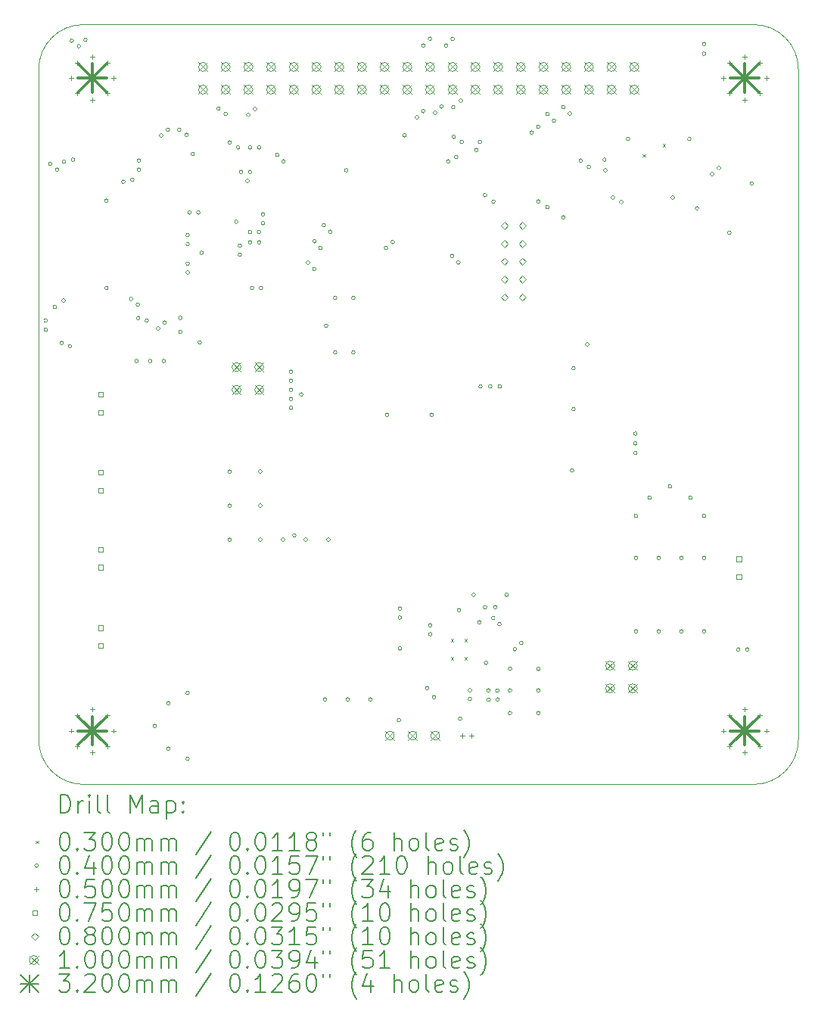
<source format=gbr>
%TF.GenerationSoftware,KiCad,Pcbnew,7.0.2-6a45011f42~172~ubuntu20.04.1*%
%TF.CreationDate,2023-05-04T18:05:37+02:00*%
%TF.ProjectId,EPS,4550532e-6b69-4636-9164-5f7063625858,v1.0.1*%
%TF.SameCoordinates,Original*%
%TF.FileFunction,Drillmap*%
%TF.FilePolarity,Positive*%
%FSLAX45Y45*%
G04 Gerber Fmt 4.5, Leading zero omitted, Abs format (unit mm)*
G04 Created by KiCad (PCBNEW 7.0.2-6a45011f42~172~ubuntu20.04.1) date 2023-05-04 18:05:37*
%MOMM*%
%LPD*%
G01*
G04 APERTURE LIST*
%ADD10C,0.100000*%
%ADD11C,0.200000*%
%ADD12C,0.030000*%
%ADD13C,0.040000*%
%ADD14C,0.050000*%
%ADD15C,0.075000*%
%ADD16C,0.080000*%
%ADD17C,0.320000*%
G04 APERTURE END LIST*
D10*
X11156210Y-5740860D02*
G75*
G03*
X10656210Y-6240860I0J-500000D01*
G01*
X10656210Y-13740860D02*
G75*
G03*
X11156210Y-14240860I500000J0D01*
G01*
X18656210Y-14240860D02*
G75*
G03*
X19156210Y-13740860I0J500000D01*
G01*
X19156210Y-6240860D02*
X19156210Y-13740860D01*
X11156210Y-5740860D02*
X18656210Y-5740860D01*
X10656210Y-13740860D02*
X10656210Y-6240860D01*
X18656210Y-14240860D02*
X11156210Y-14240860D01*
X19156210Y-6240860D02*
G75*
G03*
X18656210Y-5740860I-500000J0D01*
G01*
D11*
D12*
X15266810Y-12615460D02*
X15296810Y-12645460D01*
X15296810Y-12615460D02*
X15266810Y-12645460D01*
X15266810Y-12818660D02*
X15296810Y-12848660D01*
X15296810Y-12818660D02*
X15266810Y-12848660D01*
X15419210Y-12615460D02*
X15449210Y-12645460D01*
X15449210Y-12615460D02*
X15419210Y-12645460D01*
X15419210Y-12818660D02*
X15449210Y-12848660D01*
X15449210Y-12818660D02*
X15419210Y-12848660D01*
X17413410Y-7189460D02*
X17443410Y-7219460D01*
X17443410Y-7189460D02*
X17413410Y-7219460D01*
X17639470Y-7075160D02*
X17669470Y-7105160D01*
X17669470Y-7075160D02*
X17639470Y-7105160D01*
D13*
X10753814Y-9052814D02*
G75*
G03*
X10753814Y-9052814I-20000J0D01*
G01*
X10755210Y-9154160D02*
G75*
G03*
X10755210Y-9154160I-20000J0D01*
G01*
X10805028Y-7299954D02*
G75*
G03*
X10805028Y-7299954I-20000J0D01*
G01*
X10856810Y-8900160D02*
G75*
G03*
X10856810Y-8900160I-20000J0D01*
G01*
X10882210Y-7363460D02*
G75*
G03*
X10882210Y-7363460I-20000J0D01*
G01*
X10932913Y-9302782D02*
G75*
G03*
X10932913Y-9302782I-20000J0D01*
G01*
X10953776Y-8827510D02*
G75*
G03*
X10953776Y-8827510I-20000J0D01*
G01*
X10958510Y-7274460D02*
G75*
G03*
X10958510Y-7274460I-20000J0D01*
G01*
X11026144Y-9338810D02*
G75*
G03*
X11026144Y-9338810I-20000J0D01*
G01*
X11046650Y-5921578D02*
G75*
G03*
X11046650Y-5921578I-20000J0D01*
G01*
X11058404Y-7252710D02*
G75*
G03*
X11058404Y-7252710I-20000J0D01*
G01*
X11125504Y-5982995D02*
G75*
G03*
X11125504Y-5982995I-20000J0D01*
G01*
X11199381Y-5911590D02*
G75*
G03*
X11199381Y-5911590I-20000J0D01*
G01*
X11433390Y-7711440D02*
G75*
G03*
X11433390Y-7711440I-20000J0D01*
G01*
X11433390Y-8686800D02*
G75*
G03*
X11433390Y-8686800I-20000J0D01*
G01*
X11622613Y-7499610D02*
G75*
G03*
X11622613Y-7499610I-20000J0D01*
G01*
X11709635Y-8811260D02*
G75*
G03*
X11709635Y-8811260I-20000J0D01*
G01*
X11723960Y-7477760D02*
G75*
G03*
X11723960Y-7477760I-20000J0D01*
G01*
X11771010Y-9504660D02*
G75*
G03*
X11771010Y-9504660I-20000J0D01*
G01*
X11786460Y-8875197D02*
G75*
G03*
X11786460Y-8875197I-20000J0D01*
G01*
X11789906Y-9023407D02*
G75*
G03*
X11789906Y-9023407I-20000J0D01*
G01*
X11796610Y-7363460D02*
G75*
G03*
X11796610Y-7363460I-20000J0D01*
G01*
X11796613Y-7263504D02*
G75*
G03*
X11796613Y-7263504I-20000J0D01*
G01*
X11885510Y-9052560D02*
G75*
G03*
X11885510Y-9052560I-20000J0D01*
G01*
X11923410Y-9504660D02*
G75*
G03*
X11923410Y-9504660I-20000J0D01*
G01*
X11973410Y-13586460D02*
G75*
G03*
X11973410Y-13586460I-20000J0D01*
G01*
X12012510Y-9141460D02*
G75*
G03*
X12012510Y-9141460I-20000J0D01*
G01*
X12045644Y-6982140D02*
G75*
G03*
X12045644Y-6982140I-20000J0D01*
G01*
X12075810Y-9504660D02*
G75*
G03*
X12075810Y-9504660I-20000J0D01*
G01*
X12085637Y-9073324D02*
G75*
G03*
X12085637Y-9073324I-20000J0D01*
G01*
X12120810Y-6916260D02*
G75*
G03*
X12120810Y-6916260I-20000J0D01*
G01*
X12126810Y-13332460D02*
G75*
G03*
X12126810Y-13332460I-20000J0D01*
G01*
X12126810Y-13840460D02*
G75*
G03*
X12126810Y-13840460I-20000J0D01*
G01*
X12247810Y-6916260D02*
G75*
G03*
X12247810Y-6916260I-20000J0D01*
G01*
X12261430Y-9022080D02*
G75*
G03*
X12261430Y-9022080I-20000J0D01*
G01*
X12261430Y-9179560D02*
G75*
G03*
X12261430Y-9179560I-20000J0D01*
G01*
X12329647Y-6973642D02*
G75*
G03*
X12329647Y-6973642I-20000J0D01*
G01*
X12342685Y-8095790D02*
G75*
G03*
X12342685Y-8095790I-20000J0D01*
G01*
X12342710Y-8414130D02*
G75*
G03*
X12342710Y-8414130I-20000J0D01*
G01*
X12342710Y-8514080D02*
G75*
G03*
X12342710Y-8514080I-20000J0D01*
G01*
X12342710Y-13218160D02*
G75*
G03*
X12342710Y-13218160I-20000J0D01*
G01*
X12342710Y-13954760D02*
G75*
G03*
X12342710Y-13954760I-20000J0D01*
G01*
X12342861Y-8195740D02*
G75*
G03*
X12342861Y-8195740I-20000J0D01*
G01*
X12362140Y-7843520D02*
G75*
G03*
X12362140Y-7843520I-20000J0D01*
G01*
X12399390Y-7188010D02*
G75*
G03*
X12399390Y-7188010I-20000J0D01*
G01*
X12462090Y-7843520D02*
G75*
G03*
X12462090Y-7843520I-20000J0D01*
G01*
X12477630Y-9294880D02*
G75*
G03*
X12477630Y-9294880I-20000J0D01*
G01*
X12497950Y-8294120D02*
G75*
G03*
X12497950Y-8294120I-20000J0D01*
G01*
X12686297Y-6681277D02*
G75*
G03*
X12686297Y-6681277I-20000J0D01*
G01*
X12767710Y-6739260D02*
G75*
G03*
X12767710Y-6739260I-20000J0D01*
G01*
X12812610Y-7058660D02*
G75*
G03*
X12812610Y-7058660I-20000J0D01*
G01*
X12812610Y-10741660D02*
G75*
G03*
X12812610Y-10741660I-20000J0D01*
G01*
X12812610Y-11122660D02*
G75*
G03*
X12812610Y-11122660I-20000J0D01*
G01*
X12812610Y-11503660D02*
G75*
G03*
X12812610Y-11503660I-20000J0D01*
G01*
X12886570Y-7946140D02*
G75*
G03*
X12886570Y-7946140I-20000J0D01*
G01*
X12908012Y-7115910D02*
G75*
G03*
X12908012Y-7115910I-20000J0D01*
G01*
X12926910Y-8216010D02*
G75*
G03*
X12926910Y-8216010I-20000J0D01*
G01*
X12926910Y-8315960D02*
G75*
G03*
X12926910Y-8315960I-20000J0D01*
G01*
X12939612Y-7388647D02*
G75*
G03*
X12939612Y-7388647I-20000J0D01*
G01*
X13012260Y-7489264D02*
G75*
G03*
X13012260Y-7489264I-20000J0D01*
G01*
X13021710Y-6751960D02*
G75*
G03*
X13021710Y-6751960I-20000J0D01*
G01*
X13039558Y-7389484D02*
G75*
G03*
X13039558Y-7389484I-20000J0D01*
G01*
X13041210Y-8061960D02*
G75*
G03*
X13041210Y-8061960I-20000J0D01*
G01*
X13042860Y-7115910D02*
G75*
G03*
X13042860Y-7115910I-20000J0D01*
G01*
X13042860Y-8176260D02*
G75*
G03*
X13042860Y-8176260I-20000J0D01*
G01*
X13063180Y-8686800D02*
G75*
G03*
X13063180Y-8686800I-20000J0D01*
G01*
X13096465Y-6685614D02*
G75*
G03*
X13096465Y-6685614I-20000J0D01*
G01*
X13141160Y-8061960D02*
G75*
G03*
X13141160Y-8061960I-20000J0D01*
G01*
X13142810Y-7115910D02*
G75*
G03*
X13142810Y-7115910I-20000J0D01*
G01*
X13142810Y-8176260D02*
G75*
G03*
X13142810Y-8176260I-20000J0D01*
G01*
X13155510Y-10741660D02*
G75*
G03*
X13155510Y-10741660I-20000J0D01*
G01*
X13155510Y-11122660D02*
G75*
G03*
X13155510Y-11122660I-20000J0D01*
G01*
X13155510Y-11503660D02*
G75*
G03*
X13155510Y-11503660I-20000J0D01*
G01*
X13163130Y-8686800D02*
G75*
G03*
X13163130Y-8686800I-20000J0D01*
G01*
X13185990Y-7862950D02*
G75*
G03*
X13185990Y-7862950I-20000J0D01*
G01*
X13185990Y-7962900D02*
G75*
G03*
X13185990Y-7962900I-20000J0D01*
G01*
X13346010Y-7198360D02*
G75*
G03*
X13346010Y-7198360I-20000J0D01*
G01*
X13409510Y-11503660D02*
G75*
G03*
X13409510Y-11503660I-20000J0D01*
G01*
X13415345Y-7271010D02*
G75*
G03*
X13415345Y-7271010I-20000J0D01*
G01*
X13498410Y-9625710D02*
G75*
G03*
X13498410Y-9625710I-20000J0D01*
G01*
X13498410Y-9725660D02*
G75*
G03*
X13498410Y-9725660I-20000J0D01*
G01*
X13498410Y-9827260D02*
G75*
G03*
X13498410Y-9827260I-20000J0D01*
G01*
X13498410Y-9928860D02*
G75*
G03*
X13498410Y-9928860I-20000J0D01*
G01*
X13498410Y-10028810D02*
G75*
G03*
X13498410Y-10028810I-20000J0D01*
G01*
X13536510Y-11455400D02*
G75*
G03*
X13536510Y-11455400I-20000J0D01*
G01*
X13613281Y-9878631D02*
G75*
G03*
X13613281Y-9878631I-20000J0D01*
G01*
X13663510Y-11503660D02*
G75*
G03*
X13663510Y-11503660I-20000J0D01*
G01*
X13688910Y-8404860D02*
G75*
G03*
X13688910Y-8404860I-20000J0D01*
G01*
X13759585Y-8477510D02*
G75*
G03*
X13759585Y-8477510I-20000J0D01*
G01*
X13762668Y-8164699D02*
G75*
G03*
X13762668Y-8164699I-20000J0D01*
G01*
X13828210Y-8240160D02*
G75*
G03*
X13828210Y-8240160I-20000J0D01*
G01*
X13866710Y-7985760D02*
G75*
G03*
X13866710Y-7985760I-20000J0D01*
G01*
X13879410Y-13290860D02*
G75*
G03*
X13879410Y-13290860I-20000J0D01*
G01*
X13892410Y-9109460D02*
G75*
G03*
X13892410Y-9109460I-20000J0D01*
G01*
X13917510Y-11503660D02*
G75*
G03*
X13917510Y-11503660I-20000J0D01*
G01*
X13937385Y-8058410D02*
G75*
G03*
X13937385Y-8058410I-20000J0D01*
G01*
X13993710Y-8798560D02*
G75*
G03*
X13993710Y-8798560I-20000J0D01*
G01*
X13993710Y-9408160D02*
G75*
G03*
X13993710Y-9408160I-20000J0D01*
G01*
X14117250Y-7370920D02*
G75*
G03*
X14117250Y-7370920I-20000J0D01*
G01*
X14133410Y-13290860D02*
G75*
G03*
X14133410Y-13290860I-20000J0D01*
G01*
X14196910Y-8798560D02*
G75*
G03*
X14196910Y-8798560I-20000J0D01*
G01*
X14196910Y-9408160D02*
G75*
G03*
X14196910Y-9408160I-20000J0D01*
G01*
X14387410Y-13290860D02*
G75*
G03*
X14387410Y-13290860I-20000J0D01*
G01*
X14561750Y-8239600D02*
G75*
G03*
X14561750Y-8239600I-20000J0D01*
G01*
X14572830Y-10106660D02*
G75*
G03*
X14572830Y-10106660I-20000J0D01*
G01*
X14637088Y-8173917D02*
G75*
G03*
X14637088Y-8173917I-20000J0D01*
G01*
X14707260Y-13520610D02*
G75*
G03*
X14707260Y-13520610I-20000J0D01*
G01*
X14717610Y-12274860D02*
G75*
G03*
X14717610Y-12274860I-20000J0D01*
G01*
X14717610Y-12374810D02*
G75*
G03*
X14717610Y-12374810I-20000J0D01*
G01*
X14717610Y-12719360D02*
G75*
G03*
X14717610Y-12719360I-20000J0D01*
G01*
X14767490Y-6979760D02*
G75*
G03*
X14767490Y-6979760I-20000J0D01*
G01*
X14908110Y-6779260D02*
G75*
G03*
X14908110Y-6779260I-20000J0D01*
G01*
X14978785Y-6708584D02*
G75*
G03*
X14978785Y-6708584I-20000J0D01*
G01*
X14981060Y-5975610D02*
G75*
G03*
X14981060Y-5975610I-20000J0D01*
G01*
X15022410Y-13163860D02*
G75*
G03*
X15022410Y-13163860I-20000J0D01*
G01*
X15053710Y-5899410D02*
G75*
G03*
X15053710Y-5899410I-20000J0D01*
G01*
X15057260Y-12460709D02*
G75*
G03*
X15057260Y-12460709I-20000J0D01*
G01*
X15057972Y-12560656D02*
G75*
G03*
X15057972Y-12560656I-20000J0D01*
G01*
X15073210Y-10106660D02*
G75*
G03*
X15073210Y-10106660I-20000J0D01*
G01*
X15098610Y-13265460D02*
G75*
G03*
X15098610Y-13265460I-20000J0D01*
G01*
X15111310Y-6728460D02*
G75*
G03*
X15111310Y-6728460I-20000J0D01*
G01*
X15181985Y-6657784D02*
G75*
G03*
X15181985Y-6657784I-20000J0D01*
G01*
X15235060Y-5976620D02*
G75*
G03*
X15235060Y-5976620I-20000J0D01*
G01*
X15258324Y-7271010D02*
G75*
G03*
X15258324Y-7271010I-20000J0D01*
G01*
X15302168Y-8330661D02*
G75*
G03*
X15302168Y-8330661I-20000J0D01*
G01*
X15307710Y-5902960D02*
G75*
G03*
X15307710Y-5902960I-20000J0D01*
G01*
X15314510Y-6664960D02*
G75*
G03*
X15314510Y-6664960I-20000J0D01*
G01*
X15320157Y-6996010D02*
G75*
G03*
X15320157Y-6996010I-20000J0D01*
G01*
X15346610Y-7221060D02*
G75*
G03*
X15346610Y-7221060I-20000J0D01*
G01*
X15372010Y-8402160D02*
G75*
G03*
X15372010Y-8402160I-20000J0D01*
G01*
X15378010Y-12291060D02*
G75*
G03*
X15378010Y-12291060I-20000J0D01*
G01*
X15390960Y-13506510D02*
G75*
G03*
X15390960Y-13506510I-20000J0D01*
G01*
X15399763Y-6592310D02*
G75*
G03*
X15399763Y-6592310I-20000J0D01*
G01*
X15409173Y-7053010D02*
G75*
G03*
X15409173Y-7053010I-20000J0D01*
G01*
X15499854Y-13287056D02*
G75*
G03*
X15499854Y-13287056I-20000J0D01*
G01*
X15500502Y-13187108D02*
G75*
G03*
X15500502Y-13187108I-20000J0D01*
G01*
X15542100Y-12119920D02*
G75*
G03*
X15542100Y-12119920I-20000J0D01*
G01*
X15573130Y-7145320D02*
G75*
G03*
X15573130Y-7145320I-20000J0D01*
G01*
X15606610Y-12427260D02*
G75*
G03*
X15606610Y-12427260I-20000J0D01*
G01*
X15613777Y-7054008D02*
G75*
G03*
X15613777Y-7054008I-20000J0D01*
G01*
X15619310Y-9789160D02*
G75*
G03*
X15619310Y-9789160I-20000J0D01*
G01*
X15669712Y-7648950D02*
G75*
G03*
X15669712Y-7648950I-20000J0D01*
G01*
X15670410Y-12259060D02*
G75*
G03*
X15670410Y-12259060I-20000J0D01*
G01*
X15680562Y-12881628D02*
G75*
G03*
X15680562Y-12881628I-20000J0D01*
G01*
X15708210Y-13189260D02*
G75*
G03*
X15708210Y-13189260I-20000J0D01*
G01*
X15711038Y-13292038D02*
G75*
G03*
X15711038Y-13292038I-20000J0D01*
G01*
X15728530Y-9789160D02*
G75*
G03*
X15728530Y-9789160I-20000J0D01*
G01*
X15760713Y-12378163D02*
G75*
G03*
X15760713Y-12378163I-20000J0D01*
G01*
X15764090Y-7721650D02*
G75*
G03*
X15764090Y-7721650I-20000J0D01*
G01*
X15784710Y-12259060D02*
G75*
G03*
X15784710Y-12259060I-20000J0D01*
G01*
X15808156Y-13190229D02*
G75*
G03*
X15808156Y-13190229I-20000J0D01*
G01*
X15810988Y-13291820D02*
G75*
G03*
X15810988Y-13291820I-20000J0D01*
G01*
X15831389Y-12448839D02*
G75*
G03*
X15831389Y-12448839I-20000J0D01*
G01*
X15835210Y-9789160D02*
G75*
G03*
X15835210Y-9789160I-20000J0D01*
G01*
X15911710Y-12119360D02*
G75*
G03*
X15911710Y-12119360I-20000J0D01*
G01*
X15949510Y-12947960D02*
G75*
G03*
X15949510Y-12947960I-20000J0D01*
G01*
X15949510Y-13189260D02*
G75*
G03*
X15949510Y-13189260I-20000J0D01*
G01*
X15949510Y-13443260D02*
G75*
G03*
X15949510Y-13443260I-20000J0D01*
G01*
X16003832Y-12728025D02*
G75*
G03*
X16003832Y-12728025I-20000J0D01*
G01*
X16075341Y-12658193D02*
G75*
G03*
X16075341Y-12658193I-20000J0D01*
G01*
X16191642Y-6949808D02*
G75*
G03*
X16191642Y-6949808I-20000J0D01*
G01*
X16267010Y-6884160D02*
G75*
G03*
X16267010Y-6884160I-20000J0D01*
G01*
X16267010Y-7719060D02*
G75*
G03*
X16267010Y-7719060I-20000J0D01*
G01*
X16267010Y-12947960D02*
G75*
G03*
X16267010Y-12947960I-20000J0D01*
G01*
X16267010Y-13189260D02*
G75*
G03*
X16267010Y-13189260I-20000J0D01*
G01*
X16267010Y-13443260D02*
G75*
G03*
X16267010Y-13443260I-20000J0D01*
G01*
X16368610Y-6741160D02*
G75*
G03*
X16368610Y-6741160I-20000J0D01*
G01*
X16368610Y-7782560D02*
G75*
G03*
X16368610Y-7782560I-20000J0D01*
G01*
X16441260Y-6814726D02*
G75*
G03*
X16441260Y-6814726I-20000J0D01*
G01*
X16546410Y-6664960D02*
G75*
G03*
X16546410Y-6664960I-20000J0D01*
G01*
X16546410Y-7896860D02*
G75*
G03*
X16546410Y-7896860I-20000J0D01*
G01*
X16619060Y-6735635D02*
G75*
G03*
X16619060Y-6735635I-20000J0D01*
G01*
X16643910Y-10729560D02*
G75*
G03*
X16643910Y-10729560I-20000J0D01*
G01*
X16660710Y-9585960D02*
G75*
G03*
X16660710Y-9585960I-20000J0D01*
G01*
X16660710Y-10043160D02*
G75*
G03*
X16660710Y-10043160I-20000J0D01*
G01*
X16739750Y-7262880D02*
G75*
G03*
X16739750Y-7262880I-20000J0D01*
G01*
X16813110Y-9319260D02*
G75*
G03*
X16813110Y-9319260I-20000J0D01*
G01*
X16831148Y-7332722D02*
G75*
G03*
X16831148Y-7332722I-20000J0D01*
G01*
X17006450Y-7252720D02*
G75*
G03*
X17006450Y-7252720I-20000J0D01*
G01*
X17015722Y-7372191D02*
G75*
G03*
X17015722Y-7372191I-20000J0D01*
G01*
X17099710Y-7675360D02*
G75*
G03*
X17099710Y-7675360I-20000J0D01*
G01*
X17194410Y-7725160D02*
G75*
G03*
X17194410Y-7725160I-20000J0D01*
G01*
X17270310Y-7020560D02*
G75*
G03*
X17270310Y-7020560I-20000J0D01*
G01*
X17351590Y-10317480D02*
G75*
G03*
X17351590Y-10317480I-20000J0D01*
G01*
X17351590Y-10426700D02*
G75*
G03*
X17351590Y-10426700I-20000J0D01*
G01*
X17351590Y-10533380D02*
G75*
G03*
X17351590Y-10533380I-20000J0D01*
G01*
X17359210Y-11236960D02*
G75*
G03*
X17359210Y-11236960I-20000J0D01*
G01*
X17359210Y-11706860D02*
G75*
G03*
X17359210Y-11706860I-20000J0D01*
G01*
X17359210Y-12528860D02*
G75*
G03*
X17359210Y-12528860I-20000J0D01*
G01*
X17511610Y-11033760D02*
G75*
G03*
X17511610Y-11033760I-20000J0D01*
G01*
X17613210Y-11706860D02*
G75*
G03*
X17613210Y-11706860I-20000J0D01*
G01*
X17613210Y-12528860D02*
G75*
G03*
X17613210Y-12528860I-20000J0D01*
G01*
X17740210Y-10906760D02*
G75*
G03*
X17740210Y-10906760I-20000J0D01*
G01*
X17770690Y-7675880D02*
G75*
G03*
X17770690Y-7675880I-20000J0D01*
G01*
X17867210Y-11706860D02*
G75*
G03*
X17867210Y-11706860I-20000J0D01*
G01*
X17867210Y-12528860D02*
G75*
G03*
X17867210Y-12528860I-20000J0D01*
G01*
X17955539Y-7020560D02*
G75*
G03*
X17955539Y-7020560I-20000J0D01*
G01*
X17968810Y-11033760D02*
G75*
G03*
X17968810Y-11033760I-20000J0D01*
G01*
X18042660Y-7795450D02*
G75*
G03*
X18042660Y-7795450I-20000J0D01*
G01*
X18120780Y-6067280D02*
G75*
G03*
X18120780Y-6067280I-20000J0D01*
G01*
X18121210Y-11236960D02*
G75*
G03*
X18121210Y-11236960I-20000J0D01*
G01*
X18121210Y-11706860D02*
G75*
G03*
X18121210Y-11706860I-20000J0D01*
G01*
X18121210Y-12528860D02*
G75*
G03*
X18121210Y-12528860I-20000J0D01*
G01*
X18121510Y-5959860D02*
G75*
G03*
X18121510Y-5959860I-20000J0D01*
G01*
X18210110Y-7414260D02*
G75*
G03*
X18210110Y-7414260I-20000J0D01*
G01*
X18286610Y-7344160D02*
G75*
G03*
X18286610Y-7344160I-20000J0D01*
G01*
X18403150Y-8069580D02*
G75*
G03*
X18403150Y-8069580I-20000J0D01*
G01*
X18503863Y-12732060D02*
G75*
G03*
X18503863Y-12732060I-20000J0D01*
G01*
X18603810Y-12732854D02*
G75*
G03*
X18603810Y-12732854I-20000J0D01*
G01*
X18654610Y-7518400D02*
G75*
G03*
X18654610Y-7518400I-20000J0D01*
G01*
D14*
X11016210Y-6315860D02*
X11016210Y-6365860D01*
X10991210Y-6340860D02*
X11041210Y-6340860D01*
X11016210Y-13615860D02*
X11016210Y-13665860D01*
X10991210Y-13640860D02*
X11041210Y-13640860D01*
X11086504Y-6146154D02*
X11086504Y-6196154D01*
X11061504Y-6171154D02*
X11111504Y-6171154D01*
X11086504Y-6485566D02*
X11086504Y-6535566D01*
X11061504Y-6510566D02*
X11111504Y-6510566D01*
X11086504Y-13446154D02*
X11086504Y-13496154D01*
X11061504Y-13471154D02*
X11111504Y-13471154D01*
X11086504Y-13785566D02*
X11086504Y-13835566D01*
X11061504Y-13810566D02*
X11111504Y-13810566D01*
X11256210Y-6075860D02*
X11256210Y-6125860D01*
X11231210Y-6100860D02*
X11281210Y-6100860D01*
X11256210Y-6555860D02*
X11256210Y-6605860D01*
X11231210Y-6580860D02*
X11281210Y-6580860D01*
X11256210Y-13375860D02*
X11256210Y-13425860D01*
X11231210Y-13400860D02*
X11281210Y-13400860D01*
X11256210Y-13855860D02*
X11256210Y-13905860D01*
X11231210Y-13880860D02*
X11281210Y-13880860D01*
X11425916Y-6146154D02*
X11425916Y-6196154D01*
X11400916Y-6171154D02*
X11450916Y-6171154D01*
X11425916Y-6485566D02*
X11425916Y-6535566D01*
X11400916Y-6510566D02*
X11450916Y-6510566D01*
X11425916Y-13446154D02*
X11425916Y-13496154D01*
X11400916Y-13471154D02*
X11450916Y-13471154D01*
X11425916Y-13785566D02*
X11425916Y-13835566D01*
X11400916Y-13810566D02*
X11450916Y-13810566D01*
X11496210Y-6315860D02*
X11496210Y-6365860D01*
X11471210Y-6340860D02*
X11521210Y-6340860D01*
X11496210Y-13615860D02*
X11496210Y-13665860D01*
X11471210Y-13640860D02*
X11521210Y-13640860D01*
X15396110Y-13670360D02*
X15396110Y-13720360D01*
X15371110Y-13695360D02*
X15421110Y-13695360D01*
X15496110Y-13670360D02*
X15496110Y-13720360D01*
X15471110Y-13695360D02*
X15521110Y-13695360D01*
X18316210Y-6315860D02*
X18316210Y-6365860D01*
X18291210Y-6340860D02*
X18341210Y-6340860D01*
X18316210Y-13615860D02*
X18316210Y-13665860D01*
X18291210Y-13640860D02*
X18341210Y-13640860D01*
X18386504Y-6146154D02*
X18386504Y-6196154D01*
X18361504Y-6171154D02*
X18411504Y-6171154D01*
X18386504Y-6485566D02*
X18386504Y-6535566D01*
X18361504Y-6510566D02*
X18411504Y-6510566D01*
X18386504Y-13446154D02*
X18386504Y-13496154D01*
X18361504Y-13471154D02*
X18411504Y-13471154D01*
X18386504Y-13785566D02*
X18386504Y-13835566D01*
X18361504Y-13810566D02*
X18411504Y-13810566D01*
X18556210Y-6075860D02*
X18556210Y-6125860D01*
X18531210Y-6100860D02*
X18581210Y-6100860D01*
X18556210Y-6555860D02*
X18556210Y-6605860D01*
X18531210Y-6580860D02*
X18581210Y-6580860D01*
X18556210Y-13375860D02*
X18556210Y-13425860D01*
X18531210Y-13400860D02*
X18581210Y-13400860D01*
X18556210Y-13855860D02*
X18556210Y-13905860D01*
X18531210Y-13880860D02*
X18581210Y-13880860D01*
X18725916Y-6146154D02*
X18725916Y-6196154D01*
X18700916Y-6171154D02*
X18750916Y-6171154D01*
X18725916Y-6485566D02*
X18725916Y-6535566D01*
X18700916Y-6510566D02*
X18750916Y-6510566D01*
X18725916Y-13446154D02*
X18725916Y-13496154D01*
X18700916Y-13471154D02*
X18750916Y-13471154D01*
X18725916Y-13785566D02*
X18725916Y-13835566D01*
X18700916Y-13810566D02*
X18750916Y-13810566D01*
X18796210Y-6315860D02*
X18796210Y-6365860D01*
X18771210Y-6340860D02*
X18821210Y-6340860D01*
X18796210Y-13615860D02*
X18796210Y-13665860D01*
X18771210Y-13640860D02*
X18821210Y-13640860D01*
D15*
X11374827Y-10777377D02*
X11374827Y-10724343D01*
X11321793Y-10724343D01*
X11321793Y-10777377D01*
X11374827Y-10777377D01*
X11374827Y-10977377D02*
X11374827Y-10924343D01*
X11321793Y-10924343D01*
X11321793Y-10977377D01*
X11374827Y-10977377D01*
X11374827Y-11639377D02*
X11374827Y-11586343D01*
X11321793Y-11586343D01*
X11321793Y-11639377D01*
X11374827Y-11639377D01*
X11374827Y-11839377D02*
X11374827Y-11786343D01*
X11321793Y-11786343D01*
X11321793Y-11839377D01*
X11374827Y-11839377D01*
X11374827Y-12515677D02*
X11374827Y-12462643D01*
X11321793Y-12462643D01*
X11321793Y-12515677D01*
X11374827Y-12515677D01*
X11374827Y-12715677D02*
X11374827Y-12662643D01*
X11321793Y-12662643D01*
X11321793Y-12715677D01*
X11374827Y-12715677D01*
X11378527Y-9905177D02*
X11378527Y-9852143D01*
X11325493Y-9852143D01*
X11325493Y-9905177D01*
X11378527Y-9905177D01*
X11378527Y-10105177D02*
X11378527Y-10052143D01*
X11325493Y-10052143D01*
X11325493Y-10105177D01*
X11378527Y-10105177D01*
X18517727Y-11744177D02*
X18517727Y-11691143D01*
X18464693Y-11691143D01*
X18464693Y-11744177D01*
X18517727Y-11744177D01*
X18517727Y-11944177D02*
X18517727Y-11891143D01*
X18464693Y-11891143D01*
X18464693Y-11944177D01*
X18517727Y-11944177D01*
D16*
X15867910Y-8030640D02*
X15907910Y-7990640D01*
X15867910Y-7950640D01*
X15827910Y-7990640D01*
X15867910Y-8030640D01*
X15867910Y-8230640D02*
X15907910Y-8190640D01*
X15867910Y-8150640D01*
X15827910Y-8190640D01*
X15867910Y-8230640D01*
X15867910Y-8430640D02*
X15907910Y-8390640D01*
X15867910Y-8350640D01*
X15827910Y-8390640D01*
X15867910Y-8430640D01*
X15867910Y-8630640D02*
X15907910Y-8590640D01*
X15867910Y-8550640D01*
X15827910Y-8590640D01*
X15867910Y-8630640D01*
X15867910Y-8830640D02*
X15907910Y-8790640D01*
X15867910Y-8750640D01*
X15827910Y-8790640D01*
X15867910Y-8830640D01*
X16067910Y-8030640D02*
X16107910Y-7990640D01*
X16067910Y-7950640D01*
X16027910Y-7990640D01*
X16067910Y-8030640D01*
X16067910Y-8230640D02*
X16107910Y-8190640D01*
X16067910Y-8150640D01*
X16027910Y-8190640D01*
X16067910Y-8230640D01*
X16067910Y-8430640D02*
X16107910Y-8390640D01*
X16067910Y-8350640D01*
X16027910Y-8390640D01*
X16067910Y-8430640D01*
X16067910Y-8630640D02*
X16107910Y-8590640D01*
X16067910Y-8550640D01*
X16027910Y-8590640D01*
X16067910Y-8630640D01*
X16067910Y-8830640D02*
X16107910Y-8790640D01*
X16067910Y-8750640D01*
X16027910Y-8790640D01*
X16067910Y-8830640D01*
D10*
X12443710Y-6164360D02*
X12543710Y-6264360D01*
X12543710Y-6164360D02*
X12443710Y-6264360D01*
X12543710Y-6214360D02*
G75*
G03*
X12543710Y-6214360I-50000J0D01*
G01*
X12443710Y-6418360D02*
X12543710Y-6518360D01*
X12543710Y-6418360D02*
X12443710Y-6518360D01*
X12543710Y-6468360D02*
G75*
G03*
X12543710Y-6468360I-50000J0D01*
G01*
X12697710Y-6164360D02*
X12797710Y-6264360D01*
X12797710Y-6164360D02*
X12697710Y-6264360D01*
X12797710Y-6214360D02*
G75*
G03*
X12797710Y-6214360I-50000J0D01*
G01*
X12697710Y-6418360D02*
X12797710Y-6518360D01*
X12797710Y-6418360D02*
X12697710Y-6518360D01*
X12797710Y-6468360D02*
G75*
G03*
X12797710Y-6468360I-50000J0D01*
G01*
X12819310Y-9522760D02*
X12919310Y-9622760D01*
X12919310Y-9522760D02*
X12819310Y-9622760D01*
X12919310Y-9572760D02*
G75*
G03*
X12919310Y-9572760I-50000J0D01*
G01*
X12819310Y-9776760D02*
X12919310Y-9876760D01*
X12919310Y-9776760D02*
X12819310Y-9876760D01*
X12919310Y-9826760D02*
G75*
G03*
X12919310Y-9826760I-50000J0D01*
G01*
X12951710Y-6164360D02*
X13051710Y-6264360D01*
X13051710Y-6164360D02*
X12951710Y-6264360D01*
X13051710Y-6214360D02*
G75*
G03*
X13051710Y-6214360I-50000J0D01*
G01*
X12951710Y-6418360D02*
X13051710Y-6518360D01*
X13051710Y-6418360D02*
X12951710Y-6518360D01*
X13051710Y-6468360D02*
G75*
G03*
X13051710Y-6468360I-50000J0D01*
G01*
X13073310Y-9522760D02*
X13173310Y-9622760D01*
X13173310Y-9522760D02*
X13073310Y-9622760D01*
X13173310Y-9572760D02*
G75*
G03*
X13173310Y-9572760I-50000J0D01*
G01*
X13073310Y-9776760D02*
X13173310Y-9876760D01*
X13173310Y-9776760D02*
X13073310Y-9876760D01*
X13173310Y-9826760D02*
G75*
G03*
X13173310Y-9826760I-50000J0D01*
G01*
X13205710Y-6164360D02*
X13305710Y-6264360D01*
X13305710Y-6164360D02*
X13205710Y-6264360D01*
X13305710Y-6214360D02*
G75*
G03*
X13305710Y-6214360I-50000J0D01*
G01*
X13205710Y-6418360D02*
X13305710Y-6518360D01*
X13305710Y-6418360D02*
X13205710Y-6518360D01*
X13305710Y-6468360D02*
G75*
G03*
X13305710Y-6468360I-50000J0D01*
G01*
X13459710Y-6164360D02*
X13559710Y-6264360D01*
X13559710Y-6164360D02*
X13459710Y-6264360D01*
X13559710Y-6214360D02*
G75*
G03*
X13559710Y-6214360I-50000J0D01*
G01*
X13459710Y-6418360D02*
X13559710Y-6518360D01*
X13559710Y-6418360D02*
X13459710Y-6518360D01*
X13559710Y-6468360D02*
G75*
G03*
X13559710Y-6468360I-50000J0D01*
G01*
X13713710Y-6164360D02*
X13813710Y-6264360D01*
X13813710Y-6164360D02*
X13713710Y-6264360D01*
X13813710Y-6214360D02*
G75*
G03*
X13813710Y-6214360I-50000J0D01*
G01*
X13713710Y-6418360D02*
X13813710Y-6518360D01*
X13813710Y-6418360D02*
X13713710Y-6518360D01*
X13813710Y-6468360D02*
G75*
G03*
X13813710Y-6468360I-50000J0D01*
G01*
X13967710Y-6164360D02*
X14067710Y-6264360D01*
X14067710Y-6164360D02*
X13967710Y-6264360D01*
X14067710Y-6214360D02*
G75*
G03*
X14067710Y-6214360I-50000J0D01*
G01*
X13967710Y-6418360D02*
X14067710Y-6518360D01*
X14067710Y-6418360D02*
X13967710Y-6518360D01*
X14067710Y-6468360D02*
G75*
G03*
X14067710Y-6468360I-50000J0D01*
G01*
X14221710Y-6164360D02*
X14321710Y-6264360D01*
X14321710Y-6164360D02*
X14221710Y-6264360D01*
X14321710Y-6214360D02*
G75*
G03*
X14321710Y-6214360I-50000J0D01*
G01*
X14221710Y-6418360D02*
X14321710Y-6518360D01*
X14321710Y-6418360D02*
X14221710Y-6518360D01*
X14321710Y-6468360D02*
G75*
G03*
X14321710Y-6468360I-50000J0D01*
G01*
X14475710Y-6164360D02*
X14575710Y-6264360D01*
X14575710Y-6164360D02*
X14475710Y-6264360D01*
X14575710Y-6214360D02*
G75*
G03*
X14575710Y-6214360I-50000J0D01*
G01*
X14475710Y-6418360D02*
X14575710Y-6518360D01*
X14575710Y-6418360D02*
X14475710Y-6518360D01*
X14575710Y-6468360D02*
G75*
G03*
X14575710Y-6468360I-50000J0D01*
G01*
X14534810Y-13645360D02*
X14634810Y-13745360D01*
X14634810Y-13645360D02*
X14534810Y-13745360D01*
X14634810Y-13695360D02*
G75*
G03*
X14634810Y-13695360I-50000J0D01*
G01*
X14729710Y-6164360D02*
X14829710Y-6264360D01*
X14829710Y-6164360D02*
X14729710Y-6264360D01*
X14829710Y-6214360D02*
G75*
G03*
X14829710Y-6214360I-50000J0D01*
G01*
X14729710Y-6418360D02*
X14829710Y-6518360D01*
X14829710Y-6418360D02*
X14729710Y-6518360D01*
X14829710Y-6468360D02*
G75*
G03*
X14829710Y-6468360I-50000J0D01*
G01*
X14788810Y-13645360D02*
X14888810Y-13745360D01*
X14888810Y-13645360D02*
X14788810Y-13745360D01*
X14888810Y-13695360D02*
G75*
G03*
X14888810Y-13695360I-50000J0D01*
G01*
X14983710Y-6164360D02*
X15083710Y-6264360D01*
X15083710Y-6164360D02*
X14983710Y-6264360D01*
X15083710Y-6214360D02*
G75*
G03*
X15083710Y-6214360I-50000J0D01*
G01*
X14983710Y-6418360D02*
X15083710Y-6518360D01*
X15083710Y-6418360D02*
X14983710Y-6518360D01*
X15083710Y-6468360D02*
G75*
G03*
X15083710Y-6468360I-50000J0D01*
G01*
X15042810Y-13645360D02*
X15142810Y-13745360D01*
X15142810Y-13645360D02*
X15042810Y-13745360D01*
X15142810Y-13695360D02*
G75*
G03*
X15142810Y-13695360I-50000J0D01*
G01*
X15237710Y-6164360D02*
X15337710Y-6264360D01*
X15337710Y-6164360D02*
X15237710Y-6264360D01*
X15337710Y-6214360D02*
G75*
G03*
X15337710Y-6214360I-50000J0D01*
G01*
X15237710Y-6418360D02*
X15337710Y-6518360D01*
X15337710Y-6418360D02*
X15237710Y-6518360D01*
X15337710Y-6468360D02*
G75*
G03*
X15337710Y-6468360I-50000J0D01*
G01*
X15491710Y-6164360D02*
X15591710Y-6264360D01*
X15591710Y-6164360D02*
X15491710Y-6264360D01*
X15591710Y-6214360D02*
G75*
G03*
X15591710Y-6214360I-50000J0D01*
G01*
X15491710Y-6418360D02*
X15591710Y-6518360D01*
X15591710Y-6418360D02*
X15491710Y-6518360D01*
X15591710Y-6468360D02*
G75*
G03*
X15591710Y-6468360I-50000J0D01*
G01*
X15745710Y-6164360D02*
X15845710Y-6264360D01*
X15845710Y-6164360D02*
X15745710Y-6264360D01*
X15845710Y-6214360D02*
G75*
G03*
X15845710Y-6214360I-50000J0D01*
G01*
X15745710Y-6418360D02*
X15845710Y-6518360D01*
X15845710Y-6418360D02*
X15745710Y-6518360D01*
X15845710Y-6468360D02*
G75*
G03*
X15845710Y-6468360I-50000J0D01*
G01*
X15999710Y-6164360D02*
X16099710Y-6264360D01*
X16099710Y-6164360D02*
X15999710Y-6264360D01*
X16099710Y-6214360D02*
G75*
G03*
X16099710Y-6214360I-50000J0D01*
G01*
X15999710Y-6418360D02*
X16099710Y-6518360D01*
X16099710Y-6418360D02*
X15999710Y-6518360D01*
X16099710Y-6468360D02*
G75*
G03*
X16099710Y-6468360I-50000J0D01*
G01*
X16253710Y-6164360D02*
X16353710Y-6264360D01*
X16353710Y-6164360D02*
X16253710Y-6264360D01*
X16353710Y-6214360D02*
G75*
G03*
X16353710Y-6214360I-50000J0D01*
G01*
X16253710Y-6418360D02*
X16353710Y-6518360D01*
X16353710Y-6418360D02*
X16253710Y-6518360D01*
X16353710Y-6468360D02*
G75*
G03*
X16353710Y-6468360I-50000J0D01*
G01*
X16507710Y-6164360D02*
X16607710Y-6264360D01*
X16607710Y-6164360D02*
X16507710Y-6264360D01*
X16607710Y-6214360D02*
G75*
G03*
X16607710Y-6214360I-50000J0D01*
G01*
X16507710Y-6418360D02*
X16607710Y-6518360D01*
X16607710Y-6418360D02*
X16507710Y-6518360D01*
X16607710Y-6468360D02*
G75*
G03*
X16607710Y-6468360I-50000J0D01*
G01*
X16761710Y-6164360D02*
X16861710Y-6264360D01*
X16861710Y-6164360D02*
X16761710Y-6264360D01*
X16861710Y-6214360D02*
G75*
G03*
X16861710Y-6214360I-50000J0D01*
G01*
X16761710Y-6418360D02*
X16861710Y-6518360D01*
X16861710Y-6418360D02*
X16761710Y-6518360D01*
X16861710Y-6468360D02*
G75*
G03*
X16861710Y-6468360I-50000J0D01*
G01*
X16998610Y-12861960D02*
X17098610Y-12961960D01*
X17098610Y-12861960D02*
X16998610Y-12961960D01*
X17098610Y-12911960D02*
G75*
G03*
X17098610Y-12911960I-50000J0D01*
G01*
X16998610Y-13115960D02*
X17098610Y-13215960D01*
X17098610Y-13115960D02*
X16998610Y-13215960D01*
X17098610Y-13165960D02*
G75*
G03*
X17098610Y-13165960I-50000J0D01*
G01*
X17015710Y-6164360D02*
X17115710Y-6264360D01*
X17115710Y-6164360D02*
X17015710Y-6264360D01*
X17115710Y-6214360D02*
G75*
G03*
X17115710Y-6214360I-50000J0D01*
G01*
X17015710Y-6418360D02*
X17115710Y-6518360D01*
X17115710Y-6418360D02*
X17015710Y-6518360D01*
X17115710Y-6468360D02*
G75*
G03*
X17115710Y-6468360I-50000J0D01*
G01*
X17252610Y-12861960D02*
X17352610Y-12961960D01*
X17352610Y-12861960D02*
X17252610Y-12961960D01*
X17352610Y-12911960D02*
G75*
G03*
X17352610Y-12911960I-50000J0D01*
G01*
X17252610Y-13115960D02*
X17352610Y-13215960D01*
X17352610Y-13115960D02*
X17252610Y-13215960D01*
X17352610Y-13165960D02*
G75*
G03*
X17352610Y-13165960I-50000J0D01*
G01*
X17269710Y-6164360D02*
X17369710Y-6264360D01*
X17369710Y-6164360D02*
X17269710Y-6264360D01*
X17369710Y-6214360D02*
G75*
G03*
X17369710Y-6214360I-50000J0D01*
G01*
X17269710Y-6418360D02*
X17369710Y-6518360D01*
X17369710Y-6418360D02*
X17269710Y-6518360D01*
X17369710Y-6468360D02*
G75*
G03*
X17369710Y-6468360I-50000J0D01*
G01*
D17*
X11096210Y-6180860D02*
X11416210Y-6500860D01*
X11416210Y-6180860D02*
X11096210Y-6500860D01*
X11256210Y-6180860D02*
X11256210Y-6500860D01*
X11096210Y-6340860D02*
X11416210Y-6340860D01*
X11096210Y-13480860D02*
X11416210Y-13800860D01*
X11416210Y-13480860D02*
X11096210Y-13800860D01*
X11256210Y-13480860D02*
X11256210Y-13800860D01*
X11096210Y-13640860D02*
X11416210Y-13640860D01*
X18396210Y-6180860D02*
X18716210Y-6500860D01*
X18716210Y-6180860D02*
X18396210Y-6500860D01*
X18556210Y-6180860D02*
X18556210Y-6500860D01*
X18396210Y-6340860D02*
X18716210Y-6340860D01*
X18396210Y-13480860D02*
X18716210Y-13800860D01*
X18716210Y-13480860D02*
X18396210Y-13800860D01*
X18556210Y-13480860D02*
X18556210Y-13800860D01*
X18396210Y-13640860D02*
X18716210Y-13640860D01*
D11*
X10898829Y-14558384D02*
X10898829Y-14358384D01*
X10898829Y-14358384D02*
X10946448Y-14358384D01*
X10946448Y-14358384D02*
X10975020Y-14367908D01*
X10975020Y-14367908D02*
X10994067Y-14386955D01*
X10994067Y-14386955D02*
X11003591Y-14406003D01*
X11003591Y-14406003D02*
X11013115Y-14444098D01*
X11013115Y-14444098D02*
X11013115Y-14472669D01*
X11013115Y-14472669D02*
X11003591Y-14510765D01*
X11003591Y-14510765D02*
X10994067Y-14529812D01*
X10994067Y-14529812D02*
X10975020Y-14548860D01*
X10975020Y-14548860D02*
X10946448Y-14558384D01*
X10946448Y-14558384D02*
X10898829Y-14558384D01*
X11098829Y-14558384D02*
X11098829Y-14425050D01*
X11098829Y-14463146D02*
X11108353Y-14444098D01*
X11108353Y-14444098D02*
X11117877Y-14434574D01*
X11117877Y-14434574D02*
X11136924Y-14425050D01*
X11136924Y-14425050D02*
X11155972Y-14425050D01*
X11222638Y-14558384D02*
X11222638Y-14425050D01*
X11222638Y-14358384D02*
X11213115Y-14367908D01*
X11213115Y-14367908D02*
X11222638Y-14377431D01*
X11222638Y-14377431D02*
X11232162Y-14367908D01*
X11232162Y-14367908D02*
X11222638Y-14358384D01*
X11222638Y-14358384D02*
X11222638Y-14377431D01*
X11346448Y-14558384D02*
X11327400Y-14548860D01*
X11327400Y-14548860D02*
X11317877Y-14529812D01*
X11317877Y-14529812D02*
X11317877Y-14358384D01*
X11451210Y-14558384D02*
X11432162Y-14548860D01*
X11432162Y-14548860D02*
X11422638Y-14529812D01*
X11422638Y-14529812D02*
X11422638Y-14358384D01*
X11679781Y-14558384D02*
X11679781Y-14358384D01*
X11679781Y-14358384D02*
X11746448Y-14501241D01*
X11746448Y-14501241D02*
X11813115Y-14358384D01*
X11813115Y-14358384D02*
X11813115Y-14558384D01*
X11994067Y-14558384D02*
X11994067Y-14453622D01*
X11994067Y-14453622D02*
X11984543Y-14434574D01*
X11984543Y-14434574D02*
X11965496Y-14425050D01*
X11965496Y-14425050D02*
X11927400Y-14425050D01*
X11927400Y-14425050D02*
X11908353Y-14434574D01*
X11994067Y-14548860D02*
X11975019Y-14558384D01*
X11975019Y-14558384D02*
X11927400Y-14558384D01*
X11927400Y-14558384D02*
X11908353Y-14548860D01*
X11908353Y-14548860D02*
X11898829Y-14529812D01*
X11898829Y-14529812D02*
X11898829Y-14510765D01*
X11898829Y-14510765D02*
X11908353Y-14491717D01*
X11908353Y-14491717D02*
X11927400Y-14482193D01*
X11927400Y-14482193D02*
X11975019Y-14482193D01*
X11975019Y-14482193D02*
X11994067Y-14472669D01*
X12089305Y-14425050D02*
X12089305Y-14625050D01*
X12089305Y-14434574D02*
X12108353Y-14425050D01*
X12108353Y-14425050D02*
X12146448Y-14425050D01*
X12146448Y-14425050D02*
X12165496Y-14434574D01*
X12165496Y-14434574D02*
X12175019Y-14444098D01*
X12175019Y-14444098D02*
X12184543Y-14463146D01*
X12184543Y-14463146D02*
X12184543Y-14520288D01*
X12184543Y-14520288D02*
X12175019Y-14539336D01*
X12175019Y-14539336D02*
X12165496Y-14548860D01*
X12165496Y-14548860D02*
X12146448Y-14558384D01*
X12146448Y-14558384D02*
X12108353Y-14558384D01*
X12108353Y-14558384D02*
X12089305Y-14548860D01*
X12270258Y-14539336D02*
X12279781Y-14548860D01*
X12279781Y-14548860D02*
X12270258Y-14558384D01*
X12270258Y-14558384D02*
X12260734Y-14548860D01*
X12260734Y-14548860D02*
X12270258Y-14539336D01*
X12270258Y-14539336D02*
X12270258Y-14558384D01*
X12270258Y-14434574D02*
X12279781Y-14444098D01*
X12279781Y-14444098D02*
X12270258Y-14453622D01*
X12270258Y-14453622D02*
X12260734Y-14444098D01*
X12260734Y-14444098D02*
X12270258Y-14434574D01*
X12270258Y-14434574D02*
X12270258Y-14453622D01*
D12*
X10621210Y-14870860D02*
X10651210Y-14900860D01*
X10651210Y-14870860D02*
X10621210Y-14900860D01*
D11*
X10936924Y-14778384D02*
X10955972Y-14778384D01*
X10955972Y-14778384D02*
X10975020Y-14787908D01*
X10975020Y-14787908D02*
X10984543Y-14797431D01*
X10984543Y-14797431D02*
X10994067Y-14816479D01*
X10994067Y-14816479D02*
X11003591Y-14854574D01*
X11003591Y-14854574D02*
X11003591Y-14902193D01*
X11003591Y-14902193D02*
X10994067Y-14940288D01*
X10994067Y-14940288D02*
X10984543Y-14959336D01*
X10984543Y-14959336D02*
X10975020Y-14968860D01*
X10975020Y-14968860D02*
X10955972Y-14978384D01*
X10955972Y-14978384D02*
X10936924Y-14978384D01*
X10936924Y-14978384D02*
X10917877Y-14968860D01*
X10917877Y-14968860D02*
X10908353Y-14959336D01*
X10908353Y-14959336D02*
X10898829Y-14940288D01*
X10898829Y-14940288D02*
X10889305Y-14902193D01*
X10889305Y-14902193D02*
X10889305Y-14854574D01*
X10889305Y-14854574D02*
X10898829Y-14816479D01*
X10898829Y-14816479D02*
X10908353Y-14797431D01*
X10908353Y-14797431D02*
X10917877Y-14787908D01*
X10917877Y-14787908D02*
X10936924Y-14778384D01*
X11089305Y-14959336D02*
X11098829Y-14968860D01*
X11098829Y-14968860D02*
X11089305Y-14978384D01*
X11089305Y-14978384D02*
X11079781Y-14968860D01*
X11079781Y-14968860D02*
X11089305Y-14959336D01*
X11089305Y-14959336D02*
X11089305Y-14978384D01*
X11165496Y-14778384D02*
X11289305Y-14778384D01*
X11289305Y-14778384D02*
X11222638Y-14854574D01*
X11222638Y-14854574D02*
X11251210Y-14854574D01*
X11251210Y-14854574D02*
X11270258Y-14864098D01*
X11270258Y-14864098D02*
X11279781Y-14873622D01*
X11279781Y-14873622D02*
X11289305Y-14892669D01*
X11289305Y-14892669D02*
X11289305Y-14940288D01*
X11289305Y-14940288D02*
X11279781Y-14959336D01*
X11279781Y-14959336D02*
X11270258Y-14968860D01*
X11270258Y-14968860D02*
X11251210Y-14978384D01*
X11251210Y-14978384D02*
X11194067Y-14978384D01*
X11194067Y-14978384D02*
X11175020Y-14968860D01*
X11175020Y-14968860D02*
X11165496Y-14959336D01*
X11413115Y-14778384D02*
X11432162Y-14778384D01*
X11432162Y-14778384D02*
X11451210Y-14787908D01*
X11451210Y-14787908D02*
X11460734Y-14797431D01*
X11460734Y-14797431D02*
X11470258Y-14816479D01*
X11470258Y-14816479D02*
X11479781Y-14854574D01*
X11479781Y-14854574D02*
X11479781Y-14902193D01*
X11479781Y-14902193D02*
X11470258Y-14940288D01*
X11470258Y-14940288D02*
X11460734Y-14959336D01*
X11460734Y-14959336D02*
X11451210Y-14968860D01*
X11451210Y-14968860D02*
X11432162Y-14978384D01*
X11432162Y-14978384D02*
X11413115Y-14978384D01*
X11413115Y-14978384D02*
X11394067Y-14968860D01*
X11394067Y-14968860D02*
X11384543Y-14959336D01*
X11384543Y-14959336D02*
X11375019Y-14940288D01*
X11375019Y-14940288D02*
X11365496Y-14902193D01*
X11365496Y-14902193D02*
X11365496Y-14854574D01*
X11365496Y-14854574D02*
X11375019Y-14816479D01*
X11375019Y-14816479D02*
X11384543Y-14797431D01*
X11384543Y-14797431D02*
X11394067Y-14787908D01*
X11394067Y-14787908D02*
X11413115Y-14778384D01*
X11603591Y-14778384D02*
X11622639Y-14778384D01*
X11622639Y-14778384D02*
X11641686Y-14787908D01*
X11641686Y-14787908D02*
X11651210Y-14797431D01*
X11651210Y-14797431D02*
X11660734Y-14816479D01*
X11660734Y-14816479D02*
X11670258Y-14854574D01*
X11670258Y-14854574D02*
X11670258Y-14902193D01*
X11670258Y-14902193D02*
X11660734Y-14940288D01*
X11660734Y-14940288D02*
X11651210Y-14959336D01*
X11651210Y-14959336D02*
X11641686Y-14968860D01*
X11641686Y-14968860D02*
X11622639Y-14978384D01*
X11622639Y-14978384D02*
X11603591Y-14978384D01*
X11603591Y-14978384D02*
X11584543Y-14968860D01*
X11584543Y-14968860D02*
X11575019Y-14959336D01*
X11575019Y-14959336D02*
X11565496Y-14940288D01*
X11565496Y-14940288D02*
X11555972Y-14902193D01*
X11555972Y-14902193D02*
X11555972Y-14854574D01*
X11555972Y-14854574D02*
X11565496Y-14816479D01*
X11565496Y-14816479D02*
X11575019Y-14797431D01*
X11575019Y-14797431D02*
X11584543Y-14787908D01*
X11584543Y-14787908D02*
X11603591Y-14778384D01*
X11755972Y-14978384D02*
X11755972Y-14845050D01*
X11755972Y-14864098D02*
X11765496Y-14854574D01*
X11765496Y-14854574D02*
X11784543Y-14845050D01*
X11784543Y-14845050D02*
X11813115Y-14845050D01*
X11813115Y-14845050D02*
X11832162Y-14854574D01*
X11832162Y-14854574D02*
X11841686Y-14873622D01*
X11841686Y-14873622D02*
X11841686Y-14978384D01*
X11841686Y-14873622D02*
X11851210Y-14854574D01*
X11851210Y-14854574D02*
X11870258Y-14845050D01*
X11870258Y-14845050D02*
X11898829Y-14845050D01*
X11898829Y-14845050D02*
X11917877Y-14854574D01*
X11917877Y-14854574D02*
X11927400Y-14873622D01*
X11927400Y-14873622D02*
X11927400Y-14978384D01*
X12022639Y-14978384D02*
X12022639Y-14845050D01*
X12022639Y-14864098D02*
X12032162Y-14854574D01*
X12032162Y-14854574D02*
X12051210Y-14845050D01*
X12051210Y-14845050D02*
X12079781Y-14845050D01*
X12079781Y-14845050D02*
X12098829Y-14854574D01*
X12098829Y-14854574D02*
X12108353Y-14873622D01*
X12108353Y-14873622D02*
X12108353Y-14978384D01*
X12108353Y-14873622D02*
X12117877Y-14854574D01*
X12117877Y-14854574D02*
X12136924Y-14845050D01*
X12136924Y-14845050D02*
X12165496Y-14845050D01*
X12165496Y-14845050D02*
X12184543Y-14854574D01*
X12184543Y-14854574D02*
X12194067Y-14873622D01*
X12194067Y-14873622D02*
X12194067Y-14978384D01*
X12584543Y-14768860D02*
X12413115Y-15026003D01*
X12841686Y-14778384D02*
X12860734Y-14778384D01*
X12860734Y-14778384D02*
X12879782Y-14787908D01*
X12879782Y-14787908D02*
X12889305Y-14797431D01*
X12889305Y-14797431D02*
X12898829Y-14816479D01*
X12898829Y-14816479D02*
X12908353Y-14854574D01*
X12908353Y-14854574D02*
X12908353Y-14902193D01*
X12908353Y-14902193D02*
X12898829Y-14940288D01*
X12898829Y-14940288D02*
X12889305Y-14959336D01*
X12889305Y-14959336D02*
X12879782Y-14968860D01*
X12879782Y-14968860D02*
X12860734Y-14978384D01*
X12860734Y-14978384D02*
X12841686Y-14978384D01*
X12841686Y-14978384D02*
X12822639Y-14968860D01*
X12822639Y-14968860D02*
X12813115Y-14959336D01*
X12813115Y-14959336D02*
X12803591Y-14940288D01*
X12803591Y-14940288D02*
X12794067Y-14902193D01*
X12794067Y-14902193D02*
X12794067Y-14854574D01*
X12794067Y-14854574D02*
X12803591Y-14816479D01*
X12803591Y-14816479D02*
X12813115Y-14797431D01*
X12813115Y-14797431D02*
X12822639Y-14787908D01*
X12822639Y-14787908D02*
X12841686Y-14778384D01*
X12994067Y-14959336D02*
X13003591Y-14968860D01*
X13003591Y-14968860D02*
X12994067Y-14978384D01*
X12994067Y-14978384D02*
X12984543Y-14968860D01*
X12984543Y-14968860D02*
X12994067Y-14959336D01*
X12994067Y-14959336D02*
X12994067Y-14978384D01*
X13127401Y-14778384D02*
X13146448Y-14778384D01*
X13146448Y-14778384D02*
X13165496Y-14787908D01*
X13165496Y-14787908D02*
X13175020Y-14797431D01*
X13175020Y-14797431D02*
X13184543Y-14816479D01*
X13184543Y-14816479D02*
X13194067Y-14854574D01*
X13194067Y-14854574D02*
X13194067Y-14902193D01*
X13194067Y-14902193D02*
X13184543Y-14940288D01*
X13184543Y-14940288D02*
X13175020Y-14959336D01*
X13175020Y-14959336D02*
X13165496Y-14968860D01*
X13165496Y-14968860D02*
X13146448Y-14978384D01*
X13146448Y-14978384D02*
X13127401Y-14978384D01*
X13127401Y-14978384D02*
X13108353Y-14968860D01*
X13108353Y-14968860D02*
X13098829Y-14959336D01*
X13098829Y-14959336D02*
X13089305Y-14940288D01*
X13089305Y-14940288D02*
X13079782Y-14902193D01*
X13079782Y-14902193D02*
X13079782Y-14854574D01*
X13079782Y-14854574D02*
X13089305Y-14816479D01*
X13089305Y-14816479D02*
X13098829Y-14797431D01*
X13098829Y-14797431D02*
X13108353Y-14787908D01*
X13108353Y-14787908D02*
X13127401Y-14778384D01*
X13384543Y-14978384D02*
X13270258Y-14978384D01*
X13327401Y-14978384D02*
X13327401Y-14778384D01*
X13327401Y-14778384D02*
X13308353Y-14806955D01*
X13308353Y-14806955D02*
X13289305Y-14826003D01*
X13289305Y-14826003D02*
X13270258Y-14835527D01*
X13575020Y-14978384D02*
X13460734Y-14978384D01*
X13517877Y-14978384D02*
X13517877Y-14778384D01*
X13517877Y-14778384D02*
X13498829Y-14806955D01*
X13498829Y-14806955D02*
X13479782Y-14826003D01*
X13479782Y-14826003D02*
X13460734Y-14835527D01*
X13689305Y-14864098D02*
X13670258Y-14854574D01*
X13670258Y-14854574D02*
X13660734Y-14845050D01*
X13660734Y-14845050D02*
X13651210Y-14826003D01*
X13651210Y-14826003D02*
X13651210Y-14816479D01*
X13651210Y-14816479D02*
X13660734Y-14797431D01*
X13660734Y-14797431D02*
X13670258Y-14787908D01*
X13670258Y-14787908D02*
X13689305Y-14778384D01*
X13689305Y-14778384D02*
X13727401Y-14778384D01*
X13727401Y-14778384D02*
X13746448Y-14787908D01*
X13746448Y-14787908D02*
X13755972Y-14797431D01*
X13755972Y-14797431D02*
X13765496Y-14816479D01*
X13765496Y-14816479D02*
X13765496Y-14826003D01*
X13765496Y-14826003D02*
X13755972Y-14845050D01*
X13755972Y-14845050D02*
X13746448Y-14854574D01*
X13746448Y-14854574D02*
X13727401Y-14864098D01*
X13727401Y-14864098D02*
X13689305Y-14864098D01*
X13689305Y-14864098D02*
X13670258Y-14873622D01*
X13670258Y-14873622D02*
X13660734Y-14883146D01*
X13660734Y-14883146D02*
X13651210Y-14902193D01*
X13651210Y-14902193D02*
X13651210Y-14940288D01*
X13651210Y-14940288D02*
X13660734Y-14959336D01*
X13660734Y-14959336D02*
X13670258Y-14968860D01*
X13670258Y-14968860D02*
X13689305Y-14978384D01*
X13689305Y-14978384D02*
X13727401Y-14978384D01*
X13727401Y-14978384D02*
X13746448Y-14968860D01*
X13746448Y-14968860D02*
X13755972Y-14959336D01*
X13755972Y-14959336D02*
X13765496Y-14940288D01*
X13765496Y-14940288D02*
X13765496Y-14902193D01*
X13765496Y-14902193D02*
X13755972Y-14883146D01*
X13755972Y-14883146D02*
X13746448Y-14873622D01*
X13746448Y-14873622D02*
X13727401Y-14864098D01*
X13841686Y-14778384D02*
X13841686Y-14816479D01*
X13917877Y-14778384D02*
X13917877Y-14816479D01*
X14213115Y-15054574D02*
X14203591Y-15045050D01*
X14203591Y-15045050D02*
X14184544Y-15016479D01*
X14184544Y-15016479D02*
X14175020Y-14997431D01*
X14175020Y-14997431D02*
X14165496Y-14968860D01*
X14165496Y-14968860D02*
X14155972Y-14921241D01*
X14155972Y-14921241D02*
X14155972Y-14883146D01*
X14155972Y-14883146D02*
X14165496Y-14835527D01*
X14165496Y-14835527D02*
X14175020Y-14806955D01*
X14175020Y-14806955D02*
X14184544Y-14787908D01*
X14184544Y-14787908D02*
X14203591Y-14759336D01*
X14203591Y-14759336D02*
X14213115Y-14749812D01*
X14375020Y-14778384D02*
X14336924Y-14778384D01*
X14336924Y-14778384D02*
X14317877Y-14787908D01*
X14317877Y-14787908D02*
X14308353Y-14797431D01*
X14308353Y-14797431D02*
X14289305Y-14826003D01*
X14289305Y-14826003D02*
X14279782Y-14864098D01*
X14279782Y-14864098D02*
X14279782Y-14940288D01*
X14279782Y-14940288D02*
X14289305Y-14959336D01*
X14289305Y-14959336D02*
X14298829Y-14968860D01*
X14298829Y-14968860D02*
X14317877Y-14978384D01*
X14317877Y-14978384D02*
X14355972Y-14978384D01*
X14355972Y-14978384D02*
X14375020Y-14968860D01*
X14375020Y-14968860D02*
X14384544Y-14959336D01*
X14384544Y-14959336D02*
X14394067Y-14940288D01*
X14394067Y-14940288D02*
X14394067Y-14892669D01*
X14394067Y-14892669D02*
X14384544Y-14873622D01*
X14384544Y-14873622D02*
X14375020Y-14864098D01*
X14375020Y-14864098D02*
X14355972Y-14854574D01*
X14355972Y-14854574D02*
X14317877Y-14854574D01*
X14317877Y-14854574D02*
X14298829Y-14864098D01*
X14298829Y-14864098D02*
X14289305Y-14873622D01*
X14289305Y-14873622D02*
X14279782Y-14892669D01*
X14632163Y-14978384D02*
X14632163Y-14778384D01*
X14717877Y-14978384D02*
X14717877Y-14873622D01*
X14717877Y-14873622D02*
X14708353Y-14854574D01*
X14708353Y-14854574D02*
X14689306Y-14845050D01*
X14689306Y-14845050D02*
X14660734Y-14845050D01*
X14660734Y-14845050D02*
X14641686Y-14854574D01*
X14641686Y-14854574D02*
X14632163Y-14864098D01*
X14841686Y-14978384D02*
X14822639Y-14968860D01*
X14822639Y-14968860D02*
X14813115Y-14959336D01*
X14813115Y-14959336D02*
X14803591Y-14940288D01*
X14803591Y-14940288D02*
X14803591Y-14883146D01*
X14803591Y-14883146D02*
X14813115Y-14864098D01*
X14813115Y-14864098D02*
X14822639Y-14854574D01*
X14822639Y-14854574D02*
X14841686Y-14845050D01*
X14841686Y-14845050D02*
X14870258Y-14845050D01*
X14870258Y-14845050D02*
X14889306Y-14854574D01*
X14889306Y-14854574D02*
X14898829Y-14864098D01*
X14898829Y-14864098D02*
X14908353Y-14883146D01*
X14908353Y-14883146D02*
X14908353Y-14940288D01*
X14908353Y-14940288D02*
X14898829Y-14959336D01*
X14898829Y-14959336D02*
X14889306Y-14968860D01*
X14889306Y-14968860D02*
X14870258Y-14978384D01*
X14870258Y-14978384D02*
X14841686Y-14978384D01*
X15022639Y-14978384D02*
X15003591Y-14968860D01*
X15003591Y-14968860D02*
X14994067Y-14949812D01*
X14994067Y-14949812D02*
X14994067Y-14778384D01*
X15175020Y-14968860D02*
X15155972Y-14978384D01*
X15155972Y-14978384D02*
X15117877Y-14978384D01*
X15117877Y-14978384D02*
X15098829Y-14968860D01*
X15098829Y-14968860D02*
X15089306Y-14949812D01*
X15089306Y-14949812D02*
X15089306Y-14873622D01*
X15089306Y-14873622D02*
X15098829Y-14854574D01*
X15098829Y-14854574D02*
X15117877Y-14845050D01*
X15117877Y-14845050D02*
X15155972Y-14845050D01*
X15155972Y-14845050D02*
X15175020Y-14854574D01*
X15175020Y-14854574D02*
X15184544Y-14873622D01*
X15184544Y-14873622D02*
X15184544Y-14892669D01*
X15184544Y-14892669D02*
X15089306Y-14911717D01*
X15260734Y-14968860D02*
X15279782Y-14978384D01*
X15279782Y-14978384D02*
X15317877Y-14978384D01*
X15317877Y-14978384D02*
X15336925Y-14968860D01*
X15336925Y-14968860D02*
X15346448Y-14949812D01*
X15346448Y-14949812D02*
X15346448Y-14940288D01*
X15346448Y-14940288D02*
X15336925Y-14921241D01*
X15336925Y-14921241D02*
X15317877Y-14911717D01*
X15317877Y-14911717D02*
X15289306Y-14911717D01*
X15289306Y-14911717D02*
X15270258Y-14902193D01*
X15270258Y-14902193D02*
X15260734Y-14883146D01*
X15260734Y-14883146D02*
X15260734Y-14873622D01*
X15260734Y-14873622D02*
X15270258Y-14854574D01*
X15270258Y-14854574D02*
X15289306Y-14845050D01*
X15289306Y-14845050D02*
X15317877Y-14845050D01*
X15317877Y-14845050D02*
X15336925Y-14854574D01*
X15413115Y-15054574D02*
X15422639Y-15045050D01*
X15422639Y-15045050D02*
X15441687Y-15016479D01*
X15441687Y-15016479D02*
X15451210Y-14997431D01*
X15451210Y-14997431D02*
X15460734Y-14968860D01*
X15460734Y-14968860D02*
X15470258Y-14921241D01*
X15470258Y-14921241D02*
X15470258Y-14883146D01*
X15470258Y-14883146D02*
X15460734Y-14835527D01*
X15460734Y-14835527D02*
X15451210Y-14806955D01*
X15451210Y-14806955D02*
X15441687Y-14787908D01*
X15441687Y-14787908D02*
X15422639Y-14759336D01*
X15422639Y-14759336D02*
X15413115Y-14749812D01*
D13*
X10651210Y-15149860D02*
G75*
G03*
X10651210Y-15149860I-20000J0D01*
G01*
D11*
X10936924Y-15042384D02*
X10955972Y-15042384D01*
X10955972Y-15042384D02*
X10975020Y-15051908D01*
X10975020Y-15051908D02*
X10984543Y-15061431D01*
X10984543Y-15061431D02*
X10994067Y-15080479D01*
X10994067Y-15080479D02*
X11003591Y-15118574D01*
X11003591Y-15118574D02*
X11003591Y-15166193D01*
X11003591Y-15166193D02*
X10994067Y-15204288D01*
X10994067Y-15204288D02*
X10984543Y-15223336D01*
X10984543Y-15223336D02*
X10975020Y-15232860D01*
X10975020Y-15232860D02*
X10955972Y-15242384D01*
X10955972Y-15242384D02*
X10936924Y-15242384D01*
X10936924Y-15242384D02*
X10917877Y-15232860D01*
X10917877Y-15232860D02*
X10908353Y-15223336D01*
X10908353Y-15223336D02*
X10898829Y-15204288D01*
X10898829Y-15204288D02*
X10889305Y-15166193D01*
X10889305Y-15166193D02*
X10889305Y-15118574D01*
X10889305Y-15118574D02*
X10898829Y-15080479D01*
X10898829Y-15080479D02*
X10908353Y-15061431D01*
X10908353Y-15061431D02*
X10917877Y-15051908D01*
X10917877Y-15051908D02*
X10936924Y-15042384D01*
X11089305Y-15223336D02*
X11098829Y-15232860D01*
X11098829Y-15232860D02*
X11089305Y-15242384D01*
X11089305Y-15242384D02*
X11079781Y-15232860D01*
X11079781Y-15232860D02*
X11089305Y-15223336D01*
X11089305Y-15223336D02*
X11089305Y-15242384D01*
X11270258Y-15109050D02*
X11270258Y-15242384D01*
X11222638Y-15032860D02*
X11175020Y-15175717D01*
X11175020Y-15175717D02*
X11298829Y-15175717D01*
X11413115Y-15042384D02*
X11432162Y-15042384D01*
X11432162Y-15042384D02*
X11451210Y-15051908D01*
X11451210Y-15051908D02*
X11460734Y-15061431D01*
X11460734Y-15061431D02*
X11470258Y-15080479D01*
X11470258Y-15080479D02*
X11479781Y-15118574D01*
X11479781Y-15118574D02*
X11479781Y-15166193D01*
X11479781Y-15166193D02*
X11470258Y-15204288D01*
X11470258Y-15204288D02*
X11460734Y-15223336D01*
X11460734Y-15223336D02*
X11451210Y-15232860D01*
X11451210Y-15232860D02*
X11432162Y-15242384D01*
X11432162Y-15242384D02*
X11413115Y-15242384D01*
X11413115Y-15242384D02*
X11394067Y-15232860D01*
X11394067Y-15232860D02*
X11384543Y-15223336D01*
X11384543Y-15223336D02*
X11375019Y-15204288D01*
X11375019Y-15204288D02*
X11365496Y-15166193D01*
X11365496Y-15166193D02*
X11365496Y-15118574D01*
X11365496Y-15118574D02*
X11375019Y-15080479D01*
X11375019Y-15080479D02*
X11384543Y-15061431D01*
X11384543Y-15061431D02*
X11394067Y-15051908D01*
X11394067Y-15051908D02*
X11413115Y-15042384D01*
X11603591Y-15042384D02*
X11622639Y-15042384D01*
X11622639Y-15042384D02*
X11641686Y-15051908D01*
X11641686Y-15051908D02*
X11651210Y-15061431D01*
X11651210Y-15061431D02*
X11660734Y-15080479D01*
X11660734Y-15080479D02*
X11670258Y-15118574D01*
X11670258Y-15118574D02*
X11670258Y-15166193D01*
X11670258Y-15166193D02*
X11660734Y-15204288D01*
X11660734Y-15204288D02*
X11651210Y-15223336D01*
X11651210Y-15223336D02*
X11641686Y-15232860D01*
X11641686Y-15232860D02*
X11622639Y-15242384D01*
X11622639Y-15242384D02*
X11603591Y-15242384D01*
X11603591Y-15242384D02*
X11584543Y-15232860D01*
X11584543Y-15232860D02*
X11575019Y-15223336D01*
X11575019Y-15223336D02*
X11565496Y-15204288D01*
X11565496Y-15204288D02*
X11555972Y-15166193D01*
X11555972Y-15166193D02*
X11555972Y-15118574D01*
X11555972Y-15118574D02*
X11565496Y-15080479D01*
X11565496Y-15080479D02*
X11575019Y-15061431D01*
X11575019Y-15061431D02*
X11584543Y-15051908D01*
X11584543Y-15051908D02*
X11603591Y-15042384D01*
X11755972Y-15242384D02*
X11755972Y-15109050D01*
X11755972Y-15128098D02*
X11765496Y-15118574D01*
X11765496Y-15118574D02*
X11784543Y-15109050D01*
X11784543Y-15109050D02*
X11813115Y-15109050D01*
X11813115Y-15109050D02*
X11832162Y-15118574D01*
X11832162Y-15118574D02*
X11841686Y-15137622D01*
X11841686Y-15137622D02*
X11841686Y-15242384D01*
X11841686Y-15137622D02*
X11851210Y-15118574D01*
X11851210Y-15118574D02*
X11870258Y-15109050D01*
X11870258Y-15109050D02*
X11898829Y-15109050D01*
X11898829Y-15109050D02*
X11917877Y-15118574D01*
X11917877Y-15118574D02*
X11927400Y-15137622D01*
X11927400Y-15137622D02*
X11927400Y-15242384D01*
X12022639Y-15242384D02*
X12022639Y-15109050D01*
X12022639Y-15128098D02*
X12032162Y-15118574D01*
X12032162Y-15118574D02*
X12051210Y-15109050D01*
X12051210Y-15109050D02*
X12079781Y-15109050D01*
X12079781Y-15109050D02*
X12098829Y-15118574D01*
X12098829Y-15118574D02*
X12108353Y-15137622D01*
X12108353Y-15137622D02*
X12108353Y-15242384D01*
X12108353Y-15137622D02*
X12117877Y-15118574D01*
X12117877Y-15118574D02*
X12136924Y-15109050D01*
X12136924Y-15109050D02*
X12165496Y-15109050D01*
X12165496Y-15109050D02*
X12184543Y-15118574D01*
X12184543Y-15118574D02*
X12194067Y-15137622D01*
X12194067Y-15137622D02*
X12194067Y-15242384D01*
X12584543Y-15032860D02*
X12413115Y-15290003D01*
X12841686Y-15042384D02*
X12860734Y-15042384D01*
X12860734Y-15042384D02*
X12879782Y-15051908D01*
X12879782Y-15051908D02*
X12889305Y-15061431D01*
X12889305Y-15061431D02*
X12898829Y-15080479D01*
X12898829Y-15080479D02*
X12908353Y-15118574D01*
X12908353Y-15118574D02*
X12908353Y-15166193D01*
X12908353Y-15166193D02*
X12898829Y-15204288D01*
X12898829Y-15204288D02*
X12889305Y-15223336D01*
X12889305Y-15223336D02*
X12879782Y-15232860D01*
X12879782Y-15232860D02*
X12860734Y-15242384D01*
X12860734Y-15242384D02*
X12841686Y-15242384D01*
X12841686Y-15242384D02*
X12822639Y-15232860D01*
X12822639Y-15232860D02*
X12813115Y-15223336D01*
X12813115Y-15223336D02*
X12803591Y-15204288D01*
X12803591Y-15204288D02*
X12794067Y-15166193D01*
X12794067Y-15166193D02*
X12794067Y-15118574D01*
X12794067Y-15118574D02*
X12803591Y-15080479D01*
X12803591Y-15080479D02*
X12813115Y-15061431D01*
X12813115Y-15061431D02*
X12822639Y-15051908D01*
X12822639Y-15051908D02*
X12841686Y-15042384D01*
X12994067Y-15223336D02*
X13003591Y-15232860D01*
X13003591Y-15232860D02*
X12994067Y-15242384D01*
X12994067Y-15242384D02*
X12984543Y-15232860D01*
X12984543Y-15232860D02*
X12994067Y-15223336D01*
X12994067Y-15223336D02*
X12994067Y-15242384D01*
X13127401Y-15042384D02*
X13146448Y-15042384D01*
X13146448Y-15042384D02*
X13165496Y-15051908D01*
X13165496Y-15051908D02*
X13175020Y-15061431D01*
X13175020Y-15061431D02*
X13184543Y-15080479D01*
X13184543Y-15080479D02*
X13194067Y-15118574D01*
X13194067Y-15118574D02*
X13194067Y-15166193D01*
X13194067Y-15166193D02*
X13184543Y-15204288D01*
X13184543Y-15204288D02*
X13175020Y-15223336D01*
X13175020Y-15223336D02*
X13165496Y-15232860D01*
X13165496Y-15232860D02*
X13146448Y-15242384D01*
X13146448Y-15242384D02*
X13127401Y-15242384D01*
X13127401Y-15242384D02*
X13108353Y-15232860D01*
X13108353Y-15232860D02*
X13098829Y-15223336D01*
X13098829Y-15223336D02*
X13089305Y-15204288D01*
X13089305Y-15204288D02*
X13079782Y-15166193D01*
X13079782Y-15166193D02*
X13079782Y-15118574D01*
X13079782Y-15118574D02*
X13089305Y-15080479D01*
X13089305Y-15080479D02*
X13098829Y-15061431D01*
X13098829Y-15061431D02*
X13108353Y-15051908D01*
X13108353Y-15051908D02*
X13127401Y-15042384D01*
X13384543Y-15242384D02*
X13270258Y-15242384D01*
X13327401Y-15242384D02*
X13327401Y-15042384D01*
X13327401Y-15042384D02*
X13308353Y-15070955D01*
X13308353Y-15070955D02*
X13289305Y-15090003D01*
X13289305Y-15090003D02*
X13270258Y-15099527D01*
X13565496Y-15042384D02*
X13470258Y-15042384D01*
X13470258Y-15042384D02*
X13460734Y-15137622D01*
X13460734Y-15137622D02*
X13470258Y-15128098D01*
X13470258Y-15128098D02*
X13489305Y-15118574D01*
X13489305Y-15118574D02*
X13536924Y-15118574D01*
X13536924Y-15118574D02*
X13555972Y-15128098D01*
X13555972Y-15128098D02*
X13565496Y-15137622D01*
X13565496Y-15137622D02*
X13575020Y-15156669D01*
X13575020Y-15156669D02*
X13575020Y-15204288D01*
X13575020Y-15204288D02*
X13565496Y-15223336D01*
X13565496Y-15223336D02*
X13555972Y-15232860D01*
X13555972Y-15232860D02*
X13536924Y-15242384D01*
X13536924Y-15242384D02*
X13489305Y-15242384D01*
X13489305Y-15242384D02*
X13470258Y-15232860D01*
X13470258Y-15232860D02*
X13460734Y-15223336D01*
X13641686Y-15042384D02*
X13775020Y-15042384D01*
X13775020Y-15042384D02*
X13689305Y-15242384D01*
X13841686Y-15042384D02*
X13841686Y-15080479D01*
X13917877Y-15042384D02*
X13917877Y-15080479D01*
X14213115Y-15318574D02*
X14203591Y-15309050D01*
X14203591Y-15309050D02*
X14184544Y-15280479D01*
X14184544Y-15280479D02*
X14175020Y-15261431D01*
X14175020Y-15261431D02*
X14165496Y-15232860D01*
X14165496Y-15232860D02*
X14155972Y-15185241D01*
X14155972Y-15185241D02*
X14155972Y-15147146D01*
X14155972Y-15147146D02*
X14165496Y-15099527D01*
X14165496Y-15099527D02*
X14175020Y-15070955D01*
X14175020Y-15070955D02*
X14184544Y-15051908D01*
X14184544Y-15051908D02*
X14203591Y-15023336D01*
X14203591Y-15023336D02*
X14213115Y-15013812D01*
X14279782Y-15061431D02*
X14289305Y-15051908D01*
X14289305Y-15051908D02*
X14308353Y-15042384D01*
X14308353Y-15042384D02*
X14355972Y-15042384D01*
X14355972Y-15042384D02*
X14375020Y-15051908D01*
X14375020Y-15051908D02*
X14384544Y-15061431D01*
X14384544Y-15061431D02*
X14394067Y-15080479D01*
X14394067Y-15080479D02*
X14394067Y-15099527D01*
X14394067Y-15099527D02*
X14384544Y-15128098D01*
X14384544Y-15128098D02*
X14270258Y-15242384D01*
X14270258Y-15242384D02*
X14394067Y-15242384D01*
X14584544Y-15242384D02*
X14470258Y-15242384D01*
X14527401Y-15242384D02*
X14527401Y-15042384D01*
X14527401Y-15042384D02*
X14508353Y-15070955D01*
X14508353Y-15070955D02*
X14489305Y-15090003D01*
X14489305Y-15090003D02*
X14470258Y-15099527D01*
X14708353Y-15042384D02*
X14727401Y-15042384D01*
X14727401Y-15042384D02*
X14746448Y-15051908D01*
X14746448Y-15051908D02*
X14755972Y-15061431D01*
X14755972Y-15061431D02*
X14765496Y-15080479D01*
X14765496Y-15080479D02*
X14775020Y-15118574D01*
X14775020Y-15118574D02*
X14775020Y-15166193D01*
X14775020Y-15166193D02*
X14765496Y-15204288D01*
X14765496Y-15204288D02*
X14755972Y-15223336D01*
X14755972Y-15223336D02*
X14746448Y-15232860D01*
X14746448Y-15232860D02*
X14727401Y-15242384D01*
X14727401Y-15242384D02*
X14708353Y-15242384D01*
X14708353Y-15242384D02*
X14689305Y-15232860D01*
X14689305Y-15232860D02*
X14679782Y-15223336D01*
X14679782Y-15223336D02*
X14670258Y-15204288D01*
X14670258Y-15204288D02*
X14660734Y-15166193D01*
X14660734Y-15166193D02*
X14660734Y-15118574D01*
X14660734Y-15118574D02*
X14670258Y-15080479D01*
X14670258Y-15080479D02*
X14679782Y-15061431D01*
X14679782Y-15061431D02*
X14689305Y-15051908D01*
X14689305Y-15051908D02*
X14708353Y-15042384D01*
X15013115Y-15242384D02*
X15013115Y-15042384D01*
X15098829Y-15242384D02*
X15098829Y-15137622D01*
X15098829Y-15137622D02*
X15089306Y-15118574D01*
X15089306Y-15118574D02*
X15070258Y-15109050D01*
X15070258Y-15109050D02*
X15041686Y-15109050D01*
X15041686Y-15109050D02*
X15022639Y-15118574D01*
X15022639Y-15118574D02*
X15013115Y-15128098D01*
X15222639Y-15242384D02*
X15203591Y-15232860D01*
X15203591Y-15232860D02*
X15194067Y-15223336D01*
X15194067Y-15223336D02*
X15184544Y-15204288D01*
X15184544Y-15204288D02*
X15184544Y-15147146D01*
X15184544Y-15147146D02*
X15194067Y-15128098D01*
X15194067Y-15128098D02*
X15203591Y-15118574D01*
X15203591Y-15118574D02*
X15222639Y-15109050D01*
X15222639Y-15109050D02*
X15251210Y-15109050D01*
X15251210Y-15109050D02*
X15270258Y-15118574D01*
X15270258Y-15118574D02*
X15279782Y-15128098D01*
X15279782Y-15128098D02*
X15289306Y-15147146D01*
X15289306Y-15147146D02*
X15289306Y-15204288D01*
X15289306Y-15204288D02*
X15279782Y-15223336D01*
X15279782Y-15223336D02*
X15270258Y-15232860D01*
X15270258Y-15232860D02*
X15251210Y-15242384D01*
X15251210Y-15242384D02*
X15222639Y-15242384D01*
X15403591Y-15242384D02*
X15384544Y-15232860D01*
X15384544Y-15232860D02*
X15375020Y-15213812D01*
X15375020Y-15213812D02*
X15375020Y-15042384D01*
X15555972Y-15232860D02*
X15536925Y-15242384D01*
X15536925Y-15242384D02*
X15498829Y-15242384D01*
X15498829Y-15242384D02*
X15479782Y-15232860D01*
X15479782Y-15232860D02*
X15470258Y-15213812D01*
X15470258Y-15213812D02*
X15470258Y-15137622D01*
X15470258Y-15137622D02*
X15479782Y-15118574D01*
X15479782Y-15118574D02*
X15498829Y-15109050D01*
X15498829Y-15109050D02*
X15536925Y-15109050D01*
X15536925Y-15109050D02*
X15555972Y-15118574D01*
X15555972Y-15118574D02*
X15565496Y-15137622D01*
X15565496Y-15137622D02*
X15565496Y-15156669D01*
X15565496Y-15156669D02*
X15470258Y-15175717D01*
X15641687Y-15232860D02*
X15660734Y-15242384D01*
X15660734Y-15242384D02*
X15698829Y-15242384D01*
X15698829Y-15242384D02*
X15717877Y-15232860D01*
X15717877Y-15232860D02*
X15727401Y-15213812D01*
X15727401Y-15213812D02*
X15727401Y-15204288D01*
X15727401Y-15204288D02*
X15717877Y-15185241D01*
X15717877Y-15185241D02*
X15698829Y-15175717D01*
X15698829Y-15175717D02*
X15670258Y-15175717D01*
X15670258Y-15175717D02*
X15651210Y-15166193D01*
X15651210Y-15166193D02*
X15641687Y-15147146D01*
X15641687Y-15147146D02*
X15641687Y-15137622D01*
X15641687Y-15137622D02*
X15651210Y-15118574D01*
X15651210Y-15118574D02*
X15670258Y-15109050D01*
X15670258Y-15109050D02*
X15698829Y-15109050D01*
X15698829Y-15109050D02*
X15717877Y-15118574D01*
X15794068Y-15318574D02*
X15803591Y-15309050D01*
X15803591Y-15309050D02*
X15822639Y-15280479D01*
X15822639Y-15280479D02*
X15832163Y-15261431D01*
X15832163Y-15261431D02*
X15841687Y-15232860D01*
X15841687Y-15232860D02*
X15851210Y-15185241D01*
X15851210Y-15185241D02*
X15851210Y-15147146D01*
X15851210Y-15147146D02*
X15841687Y-15099527D01*
X15841687Y-15099527D02*
X15832163Y-15070955D01*
X15832163Y-15070955D02*
X15822639Y-15051908D01*
X15822639Y-15051908D02*
X15803591Y-15023336D01*
X15803591Y-15023336D02*
X15794068Y-15013812D01*
D14*
X10626210Y-15388860D02*
X10626210Y-15438860D01*
X10601210Y-15413860D02*
X10651210Y-15413860D01*
D11*
X10936924Y-15306384D02*
X10955972Y-15306384D01*
X10955972Y-15306384D02*
X10975020Y-15315908D01*
X10975020Y-15315908D02*
X10984543Y-15325431D01*
X10984543Y-15325431D02*
X10994067Y-15344479D01*
X10994067Y-15344479D02*
X11003591Y-15382574D01*
X11003591Y-15382574D02*
X11003591Y-15430193D01*
X11003591Y-15430193D02*
X10994067Y-15468288D01*
X10994067Y-15468288D02*
X10984543Y-15487336D01*
X10984543Y-15487336D02*
X10975020Y-15496860D01*
X10975020Y-15496860D02*
X10955972Y-15506384D01*
X10955972Y-15506384D02*
X10936924Y-15506384D01*
X10936924Y-15506384D02*
X10917877Y-15496860D01*
X10917877Y-15496860D02*
X10908353Y-15487336D01*
X10908353Y-15487336D02*
X10898829Y-15468288D01*
X10898829Y-15468288D02*
X10889305Y-15430193D01*
X10889305Y-15430193D02*
X10889305Y-15382574D01*
X10889305Y-15382574D02*
X10898829Y-15344479D01*
X10898829Y-15344479D02*
X10908353Y-15325431D01*
X10908353Y-15325431D02*
X10917877Y-15315908D01*
X10917877Y-15315908D02*
X10936924Y-15306384D01*
X11089305Y-15487336D02*
X11098829Y-15496860D01*
X11098829Y-15496860D02*
X11089305Y-15506384D01*
X11089305Y-15506384D02*
X11079781Y-15496860D01*
X11079781Y-15496860D02*
X11089305Y-15487336D01*
X11089305Y-15487336D02*
X11089305Y-15506384D01*
X11279781Y-15306384D02*
X11184543Y-15306384D01*
X11184543Y-15306384D02*
X11175020Y-15401622D01*
X11175020Y-15401622D02*
X11184543Y-15392098D01*
X11184543Y-15392098D02*
X11203591Y-15382574D01*
X11203591Y-15382574D02*
X11251210Y-15382574D01*
X11251210Y-15382574D02*
X11270258Y-15392098D01*
X11270258Y-15392098D02*
X11279781Y-15401622D01*
X11279781Y-15401622D02*
X11289305Y-15420669D01*
X11289305Y-15420669D02*
X11289305Y-15468288D01*
X11289305Y-15468288D02*
X11279781Y-15487336D01*
X11279781Y-15487336D02*
X11270258Y-15496860D01*
X11270258Y-15496860D02*
X11251210Y-15506384D01*
X11251210Y-15506384D02*
X11203591Y-15506384D01*
X11203591Y-15506384D02*
X11184543Y-15496860D01*
X11184543Y-15496860D02*
X11175020Y-15487336D01*
X11413115Y-15306384D02*
X11432162Y-15306384D01*
X11432162Y-15306384D02*
X11451210Y-15315908D01*
X11451210Y-15315908D02*
X11460734Y-15325431D01*
X11460734Y-15325431D02*
X11470258Y-15344479D01*
X11470258Y-15344479D02*
X11479781Y-15382574D01*
X11479781Y-15382574D02*
X11479781Y-15430193D01*
X11479781Y-15430193D02*
X11470258Y-15468288D01*
X11470258Y-15468288D02*
X11460734Y-15487336D01*
X11460734Y-15487336D02*
X11451210Y-15496860D01*
X11451210Y-15496860D02*
X11432162Y-15506384D01*
X11432162Y-15506384D02*
X11413115Y-15506384D01*
X11413115Y-15506384D02*
X11394067Y-15496860D01*
X11394067Y-15496860D02*
X11384543Y-15487336D01*
X11384543Y-15487336D02*
X11375019Y-15468288D01*
X11375019Y-15468288D02*
X11365496Y-15430193D01*
X11365496Y-15430193D02*
X11365496Y-15382574D01*
X11365496Y-15382574D02*
X11375019Y-15344479D01*
X11375019Y-15344479D02*
X11384543Y-15325431D01*
X11384543Y-15325431D02*
X11394067Y-15315908D01*
X11394067Y-15315908D02*
X11413115Y-15306384D01*
X11603591Y-15306384D02*
X11622639Y-15306384D01*
X11622639Y-15306384D02*
X11641686Y-15315908D01*
X11641686Y-15315908D02*
X11651210Y-15325431D01*
X11651210Y-15325431D02*
X11660734Y-15344479D01*
X11660734Y-15344479D02*
X11670258Y-15382574D01*
X11670258Y-15382574D02*
X11670258Y-15430193D01*
X11670258Y-15430193D02*
X11660734Y-15468288D01*
X11660734Y-15468288D02*
X11651210Y-15487336D01*
X11651210Y-15487336D02*
X11641686Y-15496860D01*
X11641686Y-15496860D02*
X11622639Y-15506384D01*
X11622639Y-15506384D02*
X11603591Y-15506384D01*
X11603591Y-15506384D02*
X11584543Y-15496860D01*
X11584543Y-15496860D02*
X11575019Y-15487336D01*
X11575019Y-15487336D02*
X11565496Y-15468288D01*
X11565496Y-15468288D02*
X11555972Y-15430193D01*
X11555972Y-15430193D02*
X11555972Y-15382574D01*
X11555972Y-15382574D02*
X11565496Y-15344479D01*
X11565496Y-15344479D02*
X11575019Y-15325431D01*
X11575019Y-15325431D02*
X11584543Y-15315908D01*
X11584543Y-15315908D02*
X11603591Y-15306384D01*
X11755972Y-15506384D02*
X11755972Y-15373050D01*
X11755972Y-15392098D02*
X11765496Y-15382574D01*
X11765496Y-15382574D02*
X11784543Y-15373050D01*
X11784543Y-15373050D02*
X11813115Y-15373050D01*
X11813115Y-15373050D02*
X11832162Y-15382574D01*
X11832162Y-15382574D02*
X11841686Y-15401622D01*
X11841686Y-15401622D02*
X11841686Y-15506384D01*
X11841686Y-15401622D02*
X11851210Y-15382574D01*
X11851210Y-15382574D02*
X11870258Y-15373050D01*
X11870258Y-15373050D02*
X11898829Y-15373050D01*
X11898829Y-15373050D02*
X11917877Y-15382574D01*
X11917877Y-15382574D02*
X11927400Y-15401622D01*
X11927400Y-15401622D02*
X11927400Y-15506384D01*
X12022639Y-15506384D02*
X12022639Y-15373050D01*
X12022639Y-15392098D02*
X12032162Y-15382574D01*
X12032162Y-15382574D02*
X12051210Y-15373050D01*
X12051210Y-15373050D02*
X12079781Y-15373050D01*
X12079781Y-15373050D02*
X12098829Y-15382574D01*
X12098829Y-15382574D02*
X12108353Y-15401622D01*
X12108353Y-15401622D02*
X12108353Y-15506384D01*
X12108353Y-15401622D02*
X12117877Y-15382574D01*
X12117877Y-15382574D02*
X12136924Y-15373050D01*
X12136924Y-15373050D02*
X12165496Y-15373050D01*
X12165496Y-15373050D02*
X12184543Y-15382574D01*
X12184543Y-15382574D02*
X12194067Y-15401622D01*
X12194067Y-15401622D02*
X12194067Y-15506384D01*
X12584543Y-15296860D02*
X12413115Y-15554003D01*
X12841686Y-15306384D02*
X12860734Y-15306384D01*
X12860734Y-15306384D02*
X12879782Y-15315908D01*
X12879782Y-15315908D02*
X12889305Y-15325431D01*
X12889305Y-15325431D02*
X12898829Y-15344479D01*
X12898829Y-15344479D02*
X12908353Y-15382574D01*
X12908353Y-15382574D02*
X12908353Y-15430193D01*
X12908353Y-15430193D02*
X12898829Y-15468288D01*
X12898829Y-15468288D02*
X12889305Y-15487336D01*
X12889305Y-15487336D02*
X12879782Y-15496860D01*
X12879782Y-15496860D02*
X12860734Y-15506384D01*
X12860734Y-15506384D02*
X12841686Y-15506384D01*
X12841686Y-15506384D02*
X12822639Y-15496860D01*
X12822639Y-15496860D02*
X12813115Y-15487336D01*
X12813115Y-15487336D02*
X12803591Y-15468288D01*
X12803591Y-15468288D02*
X12794067Y-15430193D01*
X12794067Y-15430193D02*
X12794067Y-15382574D01*
X12794067Y-15382574D02*
X12803591Y-15344479D01*
X12803591Y-15344479D02*
X12813115Y-15325431D01*
X12813115Y-15325431D02*
X12822639Y-15315908D01*
X12822639Y-15315908D02*
X12841686Y-15306384D01*
X12994067Y-15487336D02*
X13003591Y-15496860D01*
X13003591Y-15496860D02*
X12994067Y-15506384D01*
X12994067Y-15506384D02*
X12984543Y-15496860D01*
X12984543Y-15496860D02*
X12994067Y-15487336D01*
X12994067Y-15487336D02*
X12994067Y-15506384D01*
X13127401Y-15306384D02*
X13146448Y-15306384D01*
X13146448Y-15306384D02*
X13165496Y-15315908D01*
X13165496Y-15315908D02*
X13175020Y-15325431D01*
X13175020Y-15325431D02*
X13184543Y-15344479D01*
X13184543Y-15344479D02*
X13194067Y-15382574D01*
X13194067Y-15382574D02*
X13194067Y-15430193D01*
X13194067Y-15430193D02*
X13184543Y-15468288D01*
X13184543Y-15468288D02*
X13175020Y-15487336D01*
X13175020Y-15487336D02*
X13165496Y-15496860D01*
X13165496Y-15496860D02*
X13146448Y-15506384D01*
X13146448Y-15506384D02*
X13127401Y-15506384D01*
X13127401Y-15506384D02*
X13108353Y-15496860D01*
X13108353Y-15496860D02*
X13098829Y-15487336D01*
X13098829Y-15487336D02*
X13089305Y-15468288D01*
X13089305Y-15468288D02*
X13079782Y-15430193D01*
X13079782Y-15430193D02*
X13079782Y-15382574D01*
X13079782Y-15382574D02*
X13089305Y-15344479D01*
X13089305Y-15344479D02*
X13098829Y-15325431D01*
X13098829Y-15325431D02*
X13108353Y-15315908D01*
X13108353Y-15315908D02*
X13127401Y-15306384D01*
X13384543Y-15506384D02*
X13270258Y-15506384D01*
X13327401Y-15506384D02*
X13327401Y-15306384D01*
X13327401Y-15306384D02*
X13308353Y-15334955D01*
X13308353Y-15334955D02*
X13289305Y-15354003D01*
X13289305Y-15354003D02*
X13270258Y-15363527D01*
X13479782Y-15506384D02*
X13517877Y-15506384D01*
X13517877Y-15506384D02*
X13536924Y-15496860D01*
X13536924Y-15496860D02*
X13546448Y-15487336D01*
X13546448Y-15487336D02*
X13565496Y-15458765D01*
X13565496Y-15458765D02*
X13575020Y-15420669D01*
X13575020Y-15420669D02*
X13575020Y-15344479D01*
X13575020Y-15344479D02*
X13565496Y-15325431D01*
X13565496Y-15325431D02*
X13555972Y-15315908D01*
X13555972Y-15315908D02*
X13536924Y-15306384D01*
X13536924Y-15306384D02*
X13498829Y-15306384D01*
X13498829Y-15306384D02*
X13479782Y-15315908D01*
X13479782Y-15315908D02*
X13470258Y-15325431D01*
X13470258Y-15325431D02*
X13460734Y-15344479D01*
X13460734Y-15344479D02*
X13460734Y-15392098D01*
X13460734Y-15392098D02*
X13470258Y-15411146D01*
X13470258Y-15411146D02*
X13479782Y-15420669D01*
X13479782Y-15420669D02*
X13498829Y-15430193D01*
X13498829Y-15430193D02*
X13536924Y-15430193D01*
X13536924Y-15430193D02*
X13555972Y-15420669D01*
X13555972Y-15420669D02*
X13565496Y-15411146D01*
X13565496Y-15411146D02*
X13575020Y-15392098D01*
X13641686Y-15306384D02*
X13775020Y-15306384D01*
X13775020Y-15306384D02*
X13689305Y-15506384D01*
X13841686Y-15306384D02*
X13841686Y-15344479D01*
X13917877Y-15306384D02*
X13917877Y-15344479D01*
X14213115Y-15582574D02*
X14203591Y-15573050D01*
X14203591Y-15573050D02*
X14184544Y-15544479D01*
X14184544Y-15544479D02*
X14175020Y-15525431D01*
X14175020Y-15525431D02*
X14165496Y-15496860D01*
X14165496Y-15496860D02*
X14155972Y-15449241D01*
X14155972Y-15449241D02*
X14155972Y-15411146D01*
X14155972Y-15411146D02*
X14165496Y-15363527D01*
X14165496Y-15363527D02*
X14175020Y-15334955D01*
X14175020Y-15334955D02*
X14184544Y-15315908D01*
X14184544Y-15315908D02*
X14203591Y-15287336D01*
X14203591Y-15287336D02*
X14213115Y-15277812D01*
X14270258Y-15306384D02*
X14394067Y-15306384D01*
X14394067Y-15306384D02*
X14327401Y-15382574D01*
X14327401Y-15382574D02*
X14355972Y-15382574D01*
X14355972Y-15382574D02*
X14375020Y-15392098D01*
X14375020Y-15392098D02*
X14384544Y-15401622D01*
X14384544Y-15401622D02*
X14394067Y-15420669D01*
X14394067Y-15420669D02*
X14394067Y-15468288D01*
X14394067Y-15468288D02*
X14384544Y-15487336D01*
X14384544Y-15487336D02*
X14375020Y-15496860D01*
X14375020Y-15496860D02*
X14355972Y-15506384D01*
X14355972Y-15506384D02*
X14298829Y-15506384D01*
X14298829Y-15506384D02*
X14279782Y-15496860D01*
X14279782Y-15496860D02*
X14270258Y-15487336D01*
X14565496Y-15373050D02*
X14565496Y-15506384D01*
X14517877Y-15296860D02*
X14470258Y-15439717D01*
X14470258Y-15439717D02*
X14594067Y-15439717D01*
X14822639Y-15506384D02*
X14822639Y-15306384D01*
X14908353Y-15506384D02*
X14908353Y-15401622D01*
X14908353Y-15401622D02*
X14898829Y-15382574D01*
X14898829Y-15382574D02*
X14879782Y-15373050D01*
X14879782Y-15373050D02*
X14851210Y-15373050D01*
X14851210Y-15373050D02*
X14832163Y-15382574D01*
X14832163Y-15382574D02*
X14822639Y-15392098D01*
X15032163Y-15506384D02*
X15013115Y-15496860D01*
X15013115Y-15496860D02*
X15003591Y-15487336D01*
X15003591Y-15487336D02*
X14994067Y-15468288D01*
X14994067Y-15468288D02*
X14994067Y-15411146D01*
X14994067Y-15411146D02*
X15003591Y-15392098D01*
X15003591Y-15392098D02*
X15013115Y-15382574D01*
X15013115Y-15382574D02*
X15032163Y-15373050D01*
X15032163Y-15373050D02*
X15060734Y-15373050D01*
X15060734Y-15373050D02*
X15079782Y-15382574D01*
X15079782Y-15382574D02*
X15089306Y-15392098D01*
X15089306Y-15392098D02*
X15098829Y-15411146D01*
X15098829Y-15411146D02*
X15098829Y-15468288D01*
X15098829Y-15468288D02*
X15089306Y-15487336D01*
X15089306Y-15487336D02*
X15079782Y-15496860D01*
X15079782Y-15496860D02*
X15060734Y-15506384D01*
X15060734Y-15506384D02*
X15032163Y-15506384D01*
X15213115Y-15506384D02*
X15194067Y-15496860D01*
X15194067Y-15496860D02*
X15184544Y-15477812D01*
X15184544Y-15477812D02*
X15184544Y-15306384D01*
X15365496Y-15496860D02*
X15346448Y-15506384D01*
X15346448Y-15506384D02*
X15308353Y-15506384D01*
X15308353Y-15506384D02*
X15289306Y-15496860D01*
X15289306Y-15496860D02*
X15279782Y-15477812D01*
X15279782Y-15477812D02*
X15279782Y-15401622D01*
X15279782Y-15401622D02*
X15289306Y-15382574D01*
X15289306Y-15382574D02*
X15308353Y-15373050D01*
X15308353Y-15373050D02*
X15346448Y-15373050D01*
X15346448Y-15373050D02*
X15365496Y-15382574D01*
X15365496Y-15382574D02*
X15375020Y-15401622D01*
X15375020Y-15401622D02*
X15375020Y-15420669D01*
X15375020Y-15420669D02*
X15279782Y-15439717D01*
X15451210Y-15496860D02*
X15470258Y-15506384D01*
X15470258Y-15506384D02*
X15508353Y-15506384D01*
X15508353Y-15506384D02*
X15527401Y-15496860D01*
X15527401Y-15496860D02*
X15536925Y-15477812D01*
X15536925Y-15477812D02*
X15536925Y-15468288D01*
X15536925Y-15468288D02*
X15527401Y-15449241D01*
X15527401Y-15449241D02*
X15508353Y-15439717D01*
X15508353Y-15439717D02*
X15479782Y-15439717D01*
X15479782Y-15439717D02*
X15460734Y-15430193D01*
X15460734Y-15430193D02*
X15451210Y-15411146D01*
X15451210Y-15411146D02*
X15451210Y-15401622D01*
X15451210Y-15401622D02*
X15460734Y-15382574D01*
X15460734Y-15382574D02*
X15479782Y-15373050D01*
X15479782Y-15373050D02*
X15508353Y-15373050D01*
X15508353Y-15373050D02*
X15527401Y-15382574D01*
X15603591Y-15582574D02*
X15613115Y-15573050D01*
X15613115Y-15573050D02*
X15632163Y-15544479D01*
X15632163Y-15544479D02*
X15641687Y-15525431D01*
X15641687Y-15525431D02*
X15651210Y-15496860D01*
X15651210Y-15496860D02*
X15660734Y-15449241D01*
X15660734Y-15449241D02*
X15660734Y-15411146D01*
X15660734Y-15411146D02*
X15651210Y-15363527D01*
X15651210Y-15363527D02*
X15641687Y-15334955D01*
X15641687Y-15334955D02*
X15632163Y-15315908D01*
X15632163Y-15315908D02*
X15613115Y-15287336D01*
X15613115Y-15287336D02*
X15603591Y-15277812D01*
D15*
X10640227Y-15704377D02*
X10640227Y-15651343D01*
X10587193Y-15651343D01*
X10587193Y-15704377D01*
X10640227Y-15704377D01*
D11*
X10936924Y-15570384D02*
X10955972Y-15570384D01*
X10955972Y-15570384D02*
X10975020Y-15579908D01*
X10975020Y-15579908D02*
X10984543Y-15589431D01*
X10984543Y-15589431D02*
X10994067Y-15608479D01*
X10994067Y-15608479D02*
X11003591Y-15646574D01*
X11003591Y-15646574D02*
X11003591Y-15694193D01*
X11003591Y-15694193D02*
X10994067Y-15732288D01*
X10994067Y-15732288D02*
X10984543Y-15751336D01*
X10984543Y-15751336D02*
X10975020Y-15760860D01*
X10975020Y-15760860D02*
X10955972Y-15770384D01*
X10955972Y-15770384D02*
X10936924Y-15770384D01*
X10936924Y-15770384D02*
X10917877Y-15760860D01*
X10917877Y-15760860D02*
X10908353Y-15751336D01*
X10908353Y-15751336D02*
X10898829Y-15732288D01*
X10898829Y-15732288D02*
X10889305Y-15694193D01*
X10889305Y-15694193D02*
X10889305Y-15646574D01*
X10889305Y-15646574D02*
X10898829Y-15608479D01*
X10898829Y-15608479D02*
X10908353Y-15589431D01*
X10908353Y-15589431D02*
X10917877Y-15579908D01*
X10917877Y-15579908D02*
X10936924Y-15570384D01*
X11089305Y-15751336D02*
X11098829Y-15760860D01*
X11098829Y-15760860D02*
X11089305Y-15770384D01*
X11089305Y-15770384D02*
X11079781Y-15760860D01*
X11079781Y-15760860D02*
X11089305Y-15751336D01*
X11089305Y-15751336D02*
X11089305Y-15770384D01*
X11165496Y-15570384D02*
X11298829Y-15570384D01*
X11298829Y-15570384D02*
X11213115Y-15770384D01*
X11470258Y-15570384D02*
X11375019Y-15570384D01*
X11375019Y-15570384D02*
X11365496Y-15665622D01*
X11365496Y-15665622D02*
X11375019Y-15656098D01*
X11375019Y-15656098D02*
X11394067Y-15646574D01*
X11394067Y-15646574D02*
X11441686Y-15646574D01*
X11441686Y-15646574D02*
X11460734Y-15656098D01*
X11460734Y-15656098D02*
X11470258Y-15665622D01*
X11470258Y-15665622D02*
X11479781Y-15684669D01*
X11479781Y-15684669D02*
X11479781Y-15732288D01*
X11479781Y-15732288D02*
X11470258Y-15751336D01*
X11470258Y-15751336D02*
X11460734Y-15760860D01*
X11460734Y-15760860D02*
X11441686Y-15770384D01*
X11441686Y-15770384D02*
X11394067Y-15770384D01*
X11394067Y-15770384D02*
X11375019Y-15760860D01*
X11375019Y-15760860D02*
X11365496Y-15751336D01*
X11603591Y-15570384D02*
X11622639Y-15570384D01*
X11622639Y-15570384D02*
X11641686Y-15579908D01*
X11641686Y-15579908D02*
X11651210Y-15589431D01*
X11651210Y-15589431D02*
X11660734Y-15608479D01*
X11660734Y-15608479D02*
X11670258Y-15646574D01*
X11670258Y-15646574D02*
X11670258Y-15694193D01*
X11670258Y-15694193D02*
X11660734Y-15732288D01*
X11660734Y-15732288D02*
X11651210Y-15751336D01*
X11651210Y-15751336D02*
X11641686Y-15760860D01*
X11641686Y-15760860D02*
X11622639Y-15770384D01*
X11622639Y-15770384D02*
X11603591Y-15770384D01*
X11603591Y-15770384D02*
X11584543Y-15760860D01*
X11584543Y-15760860D02*
X11575019Y-15751336D01*
X11575019Y-15751336D02*
X11565496Y-15732288D01*
X11565496Y-15732288D02*
X11555972Y-15694193D01*
X11555972Y-15694193D02*
X11555972Y-15646574D01*
X11555972Y-15646574D02*
X11565496Y-15608479D01*
X11565496Y-15608479D02*
X11575019Y-15589431D01*
X11575019Y-15589431D02*
X11584543Y-15579908D01*
X11584543Y-15579908D02*
X11603591Y-15570384D01*
X11755972Y-15770384D02*
X11755972Y-15637050D01*
X11755972Y-15656098D02*
X11765496Y-15646574D01*
X11765496Y-15646574D02*
X11784543Y-15637050D01*
X11784543Y-15637050D02*
X11813115Y-15637050D01*
X11813115Y-15637050D02*
X11832162Y-15646574D01*
X11832162Y-15646574D02*
X11841686Y-15665622D01*
X11841686Y-15665622D02*
X11841686Y-15770384D01*
X11841686Y-15665622D02*
X11851210Y-15646574D01*
X11851210Y-15646574D02*
X11870258Y-15637050D01*
X11870258Y-15637050D02*
X11898829Y-15637050D01*
X11898829Y-15637050D02*
X11917877Y-15646574D01*
X11917877Y-15646574D02*
X11927400Y-15665622D01*
X11927400Y-15665622D02*
X11927400Y-15770384D01*
X12022639Y-15770384D02*
X12022639Y-15637050D01*
X12022639Y-15656098D02*
X12032162Y-15646574D01*
X12032162Y-15646574D02*
X12051210Y-15637050D01*
X12051210Y-15637050D02*
X12079781Y-15637050D01*
X12079781Y-15637050D02*
X12098829Y-15646574D01*
X12098829Y-15646574D02*
X12108353Y-15665622D01*
X12108353Y-15665622D02*
X12108353Y-15770384D01*
X12108353Y-15665622D02*
X12117877Y-15646574D01*
X12117877Y-15646574D02*
X12136924Y-15637050D01*
X12136924Y-15637050D02*
X12165496Y-15637050D01*
X12165496Y-15637050D02*
X12184543Y-15646574D01*
X12184543Y-15646574D02*
X12194067Y-15665622D01*
X12194067Y-15665622D02*
X12194067Y-15770384D01*
X12584543Y-15560860D02*
X12413115Y-15818003D01*
X12841686Y-15570384D02*
X12860734Y-15570384D01*
X12860734Y-15570384D02*
X12879782Y-15579908D01*
X12879782Y-15579908D02*
X12889305Y-15589431D01*
X12889305Y-15589431D02*
X12898829Y-15608479D01*
X12898829Y-15608479D02*
X12908353Y-15646574D01*
X12908353Y-15646574D02*
X12908353Y-15694193D01*
X12908353Y-15694193D02*
X12898829Y-15732288D01*
X12898829Y-15732288D02*
X12889305Y-15751336D01*
X12889305Y-15751336D02*
X12879782Y-15760860D01*
X12879782Y-15760860D02*
X12860734Y-15770384D01*
X12860734Y-15770384D02*
X12841686Y-15770384D01*
X12841686Y-15770384D02*
X12822639Y-15760860D01*
X12822639Y-15760860D02*
X12813115Y-15751336D01*
X12813115Y-15751336D02*
X12803591Y-15732288D01*
X12803591Y-15732288D02*
X12794067Y-15694193D01*
X12794067Y-15694193D02*
X12794067Y-15646574D01*
X12794067Y-15646574D02*
X12803591Y-15608479D01*
X12803591Y-15608479D02*
X12813115Y-15589431D01*
X12813115Y-15589431D02*
X12822639Y-15579908D01*
X12822639Y-15579908D02*
X12841686Y-15570384D01*
X12994067Y-15751336D02*
X13003591Y-15760860D01*
X13003591Y-15760860D02*
X12994067Y-15770384D01*
X12994067Y-15770384D02*
X12984543Y-15760860D01*
X12984543Y-15760860D02*
X12994067Y-15751336D01*
X12994067Y-15751336D02*
X12994067Y-15770384D01*
X13127401Y-15570384D02*
X13146448Y-15570384D01*
X13146448Y-15570384D02*
X13165496Y-15579908D01*
X13165496Y-15579908D02*
X13175020Y-15589431D01*
X13175020Y-15589431D02*
X13184543Y-15608479D01*
X13184543Y-15608479D02*
X13194067Y-15646574D01*
X13194067Y-15646574D02*
X13194067Y-15694193D01*
X13194067Y-15694193D02*
X13184543Y-15732288D01*
X13184543Y-15732288D02*
X13175020Y-15751336D01*
X13175020Y-15751336D02*
X13165496Y-15760860D01*
X13165496Y-15760860D02*
X13146448Y-15770384D01*
X13146448Y-15770384D02*
X13127401Y-15770384D01*
X13127401Y-15770384D02*
X13108353Y-15760860D01*
X13108353Y-15760860D02*
X13098829Y-15751336D01*
X13098829Y-15751336D02*
X13089305Y-15732288D01*
X13089305Y-15732288D02*
X13079782Y-15694193D01*
X13079782Y-15694193D02*
X13079782Y-15646574D01*
X13079782Y-15646574D02*
X13089305Y-15608479D01*
X13089305Y-15608479D02*
X13098829Y-15589431D01*
X13098829Y-15589431D02*
X13108353Y-15579908D01*
X13108353Y-15579908D02*
X13127401Y-15570384D01*
X13270258Y-15589431D02*
X13279782Y-15579908D01*
X13279782Y-15579908D02*
X13298829Y-15570384D01*
X13298829Y-15570384D02*
X13346448Y-15570384D01*
X13346448Y-15570384D02*
X13365496Y-15579908D01*
X13365496Y-15579908D02*
X13375020Y-15589431D01*
X13375020Y-15589431D02*
X13384543Y-15608479D01*
X13384543Y-15608479D02*
X13384543Y-15627527D01*
X13384543Y-15627527D02*
X13375020Y-15656098D01*
X13375020Y-15656098D02*
X13260734Y-15770384D01*
X13260734Y-15770384D02*
X13384543Y-15770384D01*
X13479782Y-15770384D02*
X13517877Y-15770384D01*
X13517877Y-15770384D02*
X13536924Y-15760860D01*
X13536924Y-15760860D02*
X13546448Y-15751336D01*
X13546448Y-15751336D02*
X13565496Y-15722765D01*
X13565496Y-15722765D02*
X13575020Y-15684669D01*
X13575020Y-15684669D02*
X13575020Y-15608479D01*
X13575020Y-15608479D02*
X13565496Y-15589431D01*
X13565496Y-15589431D02*
X13555972Y-15579908D01*
X13555972Y-15579908D02*
X13536924Y-15570384D01*
X13536924Y-15570384D02*
X13498829Y-15570384D01*
X13498829Y-15570384D02*
X13479782Y-15579908D01*
X13479782Y-15579908D02*
X13470258Y-15589431D01*
X13470258Y-15589431D02*
X13460734Y-15608479D01*
X13460734Y-15608479D02*
X13460734Y-15656098D01*
X13460734Y-15656098D02*
X13470258Y-15675146D01*
X13470258Y-15675146D02*
X13479782Y-15684669D01*
X13479782Y-15684669D02*
X13498829Y-15694193D01*
X13498829Y-15694193D02*
X13536924Y-15694193D01*
X13536924Y-15694193D02*
X13555972Y-15684669D01*
X13555972Y-15684669D02*
X13565496Y-15675146D01*
X13565496Y-15675146D02*
X13575020Y-15656098D01*
X13755972Y-15570384D02*
X13660734Y-15570384D01*
X13660734Y-15570384D02*
X13651210Y-15665622D01*
X13651210Y-15665622D02*
X13660734Y-15656098D01*
X13660734Y-15656098D02*
X13679782Y-15646574D01*
X13679782Y-15646574D02*
X13727401Y-15646574D01*
X13727401Y-15646574D02*
X13746448Y-15656098D01*
X13746448Y-15656098D02*
X13755972Y-15665622D01*
X13755972Y-15665622D02*
X13765496Y-15684669D01*
X13765496Y-15684669D02*
X13765496Y-15732288D01*
X13765496Y-15732288D02*
X13755972Y-15751336D01*
X13755972Y-15751336D02*
X13746448Y-15760860D01*
X13746448Y-15760860D02*
X13727401Y-15770384D01*
X13727401Y-15770384D02*
X13679782Y-15770384D01*
X13679782Y-15770384D02*
X13660734Y-15760860D01*
X13660734Y-15760860D02*
X13651210Y-15751336D01*
X13841686Y-15570384D02*
X13841686Y-15608479D01*
X13917877Y-15570384D02*
X13917877Y-15608479D01*
X14213115Y-15846574D02*
X14203591Y-15837050D01*
X14203591Y-15837050D02*
X14184544Y-15808479D01*
X14184544Y-15808479D02*
X14175020Y-15789431D01*
X14175020Y-15789431D02*
X14165496Y-15760860D01*
X14165496Y-15760860D02*
X14155972Y-15713241D01*
X14155972Y-15713241D02*
X14155972Y-15675146D01*
X14155972Y-15675146D02*
X14165496Y-15627527D01*
X14165496Y-15627527D02*
X14175020Y-15598955D01*
X14175020Y-15598955D02*
X14184544Y-15579908D01*
X14184544Y-15579908D02*
X14203591Y-15551336D01*
X14203591Y-15551336D02*
X14213115Y-15541812D01*
X14394067Y-15770384D02*
X14279782Y-15770384D01*
X14336924Y-15770384D02*
X14336924Y-15570384D01*
X14336924Y-15570384D02*
X14317877Y-15598955D01*
X14317877Y-15598955D02*
X14298829Y-15618003D01*
X14298829Y-15618003D02*
X14279782Y-15627527D01*
X14517877Y-15570384D02*
X14536925Y-15570384D01*
X14536925Y-15570384D02*
X14555972Y-15579908D01*
X14555972Y-15579908D02*
X14565496Y-15589431D01*
X14565496Y-15589431D02*
X14575020Y-15608479D01*
X14575020Y-15608479D02*
X14584544Y-15646574D01*
X14584544Y-15646574D02*
X14584544Y-15694193D01*
X14584544Y-15694193D02*
X14575020Y-15732288D01*
X14575020Y-15732288D02*
X14565496Y-15751336D01*
X14565496Y-15751336D02*
X14555972Y-15760860D01*
X14555972Y-15760860D02*
X14536925Y-15770384D01*
X14536925Y-15770384D02*
X14517877Y-15770384D01*
X14517877Y-15770384D02*
X14498829Y-15760860D01*
X14498829Y-15760860D02*
X14489305Y-15751336D01*
X14489305Y-15751336D02*
X14479782Y-15732288D01*
X14479782Y-15732288D02*
X14470258Y-15694193D01*
X14470258Y-15694193D02*
X14470258Y-15646574D01*
X14470258Y-15646574D02*
X14479782Y-15608479D01*
X14479782Y-15608479D02*
X14489305Y-15589431D01*
X14489305Y-15589431D02*
X14498829Y-15579908D01*
X14498829Y-15579908D02*
X14517877Y-15570384D01*
X14822639Y-15770384D02*
X14822639Y-15570384D01*
X14908353Y-15770384D02*
X14908353Y-15665622D01*
X14908353Y-15665622D02*
X14898829Y-15646574D01*
X14898829Y-15646574D02*
X14879782Y-15637050D01*
X14879782Y-15637050D02*
X14851210Y-15637050D01*
X14851210Y-15637050D02*
X14832163Y-15646574D01*
X14832163Y-15646574D02*
X14822639Y-15656098D01*
X15032163Y-15770384D02*
X15013115Y-15760860D01*
X15013115Y-15760860D02*
X15003591Y-15751336D01*
X15003591Y-15751336D02*
X14994067Y-15732288D01*
X14994067Y-15732288D02*
X14994067Y-15675146D01*
X14994067Y-15675146D02*
X15003591Y-15656098D01*
X15003591Y-15656098D02*
X15013115Y-15646574D01*
X15013115Y-15646574D02*
X15032163Y-15637050D01*
X15032163Y-15637050D02*
X15060734Y-15637050D01*
X15060734Y-15637050D02*
X15079782Y-15646574D01*
X15079782Y-15646574D02*
X15089306Y-15656098D01*
X15089306Y-15656098D02*
X15098829Y-15675146D01*
X15098829Y-15675146D02*
X15098829Y-15732288D01*
X15098829Y-15732288D02*
X15089306Y-15751336D01*
X15089306Y-15751336D02*
X15079782Y-15760860D01*
X15079782Y-15760860D02*
X15060734Y-15770384D01*
X15060734Y-15770384D02*
X15032163Y-15770384D01*
X15213115Y-15770384D02*
X15194067Y-15760860D01*
X15194067Y-15760860D02*
X15184544Y-15741812D01*
X15184544Y-15741812D02*
X15184544Y-15570384D01*
X15365496Y-15760860D02*
X15346448Y-15770384D01*
X15346448Y-15770384D02*
X15308353Y-15770384D01*
X15308353Y-15770384D02*
X15289306Y-15760860D01*
X15289306Y-15760860D02*
X15279782Y-15741812D01*
X15279782Y-15741812D02*
X15279782Y-15665622D01*
X15279782Y-15665622D02*
X15289306Y-15646574D01*
X15289306Y-15646574D02*
X15308353Y-15637050D01*
X15308353Y-15637050D02*
X15346448Y-15637050D01*
X15346448Y-15637050D02*
X15365496Y-15646574D01*
X15365496Y-15646574D02*
X15375020Y-15665622D01*
X15375020Y-15665622D02*
X15375020Y-15684669D01*
X15375020Y-15684669D02*
X15279782Y-15703717D01*
X15451210Y-15760860D02*
X15470258Y-15770384D01*
X15470258Y-15770384D02*
X15508353Y-15770384D01*
X15508353Y-15770384D02*
X15527401Y-15760860D01*
X15527401Y-15760860D02*
X15536925Y-15741812D01*
X15536925Y-15741812D02*
X15536925Y-15732288D01*
X15536925Y-15732288D02*
X15527401Y-15713241D01*
X15527401Y-15713241D02*
X15508353Y-15703717D01*
X15508353Y-15703717D02*
X15479782Y-15703717D01*
X15479782Y-15703717D02*
X15460734Y-15694193D01*
X15460734Y-15694193D02*
X15451210Y-15675146D01*
X15451210Y-15675146D02*
X15451210Y-15665622D01*
X15451210Y-15665622D02*
X15460734Y-15646574D01*
X15460734Y-15646574D02*
X15479782Y-15637050D01*
X15479782Y-15637050D02*
X15508353Y-15637050D01*
X15508353Y-15637050D02*
X15527401Y-15646574D01*
X15603591Y-15846574D02*
X15613115Y-15837050D01*
X15613115Y-15837050D02*
X15632163Y-15808479D01*
X15632163Y-15808479D02*
X15641687Y-15789431D01*
X15641687Y-15789431D02*
X15651210Y-15760860D01*
X15651210Y-15760860D02*
X15660734Y-15713241D01*
X15660734Y-15713241D02*
X15660734Y-15675146D01*
X15660734Y-15675146D02*
X15651210Y-15627527D01*
X15651210Y-15627527D02*
X15641687Y-15598955D01*
X15641687Y-15598955D02*
X15632163Y-15579908D01*
X15632163Y-15579908D02*
X15613115Y-15551336D01*
X15613115Y-15551336D02*
X15603591Y-15541812D01*
D16*
X10611210Y-15981860D02*
X10651210Y-15941860D01*
X10611210Y-15901860D01*
X10571210Y-15941860D01*
X10611210Y-15981860D01*
D11*
X10936924Y-15834384D02*
X10955972Y-15834384D01*
X10955972Y-15834384D02*
X10975020Y-15843908D01*
X10975020Y-15843908D02*
X10984543Y-15853431D01*
X10984543Y-15853431D02*
X10994067Y-15872479D01*
X10994067Y-15872479D02*
X11003591Y-15910574D01*
X11003591Y-15910574D02*
X11003591Y-15958193D01*
X11003591Y-15958193D02*
X10994067Y-15996288D01*
X10994067Y-15996288D02*
X10984543Y-16015336D01*
X10984543Y-16015336D02*
X10975020Y-16024860D01*
X10975020Y-16024860D02*
X10955972Y-16034384D01*
X10955972Y-16034384D02*
X10936924Y-16034384D01*
X10936924Y-16034384D02*
X10917877Y-16024860D01*
X10917877Y-16024860D02*
X10908353Y-16015336D01*
X10908353Y-16015336D02*
X10898829Y-15996288D01*
X10898829Y-15996288D02*
X10889305Y-15958193D01*
X10889305Y-15958193D02*
X10889305Y-15910574D01*
X10889305Y-15910574D02*
X10898829Y-15872479D01*
X10898829Y-15872479D02*
X10908353Y-15853431D01*
X10908353Y-15853431D02*
X10917877Y-15843908D01*
X10917877Y-15843908D02*
X10936924Y-15834384D01*
X11089305Y-16015336D02*
X11098829Y-16024860D01*
X11098829Y-16024860D02*
X11089305Y-16034384D01*
X11089305Y-16034384D02*
X11079781Y-16024860D01*
X11079781Y-16024860D02*
X11089305Y-16015336D01*
X11089305Y-16015336D02*
X11089305Y-16034384D01*
X11213115Y-15920098D02*
X11194067Y-15910574D01*
X11194067Y-15910574D02*
X11184543Y-15901050D01*
X11184543Y-15901050D02*
X11175020Y-15882003D01*
X11175020Y-15882003D02*
X11175020Y-15872479D01*
X11175020Y-15872479D02*
X11184543Y-15853431D01*
X11184543Y-15853431D02*
X11194067Y-15843908D01*
X11194067Y-15843908D02*
X11213115Y-15834384D01*
X11213115Y-15834384D02*
X11251210Y-15834384D01*
X11251210Y-15834384D02*
X11270258Y-15843908D01*
X11270258Y-15843908D02*
X11279781Y-15853431D01*
X11279781Y-15853431D02*
X11289305Y-15872479D01*
X11289305Y-15872479D02*
X11289305Y-15882003D01*
X11289305Y-15882003D02*
X11279781Y-15901050D01*
X11279781Y-15901050D02*
X11270258Y-15910574D01*
X11270258Y-15910574D02*
X11251210Y-15920098D01*
X11251210Y-15920098D02*
X11213115Y-15920098D01*
X11213115Y-15920098D02*
X11194067Y-15929622D01*
X11194067Y-15929622D02*
X11184543Y-15939146D01*
X11184543Y-15939146D02*
X11175020Y-15958193D01*
X11175020Y-15958193D02*
X11175020Y-15996288D01*
X11175020Y-15996288D02*
X11184543Y-16015336D01*
X11184543Y-16015336D02*
X11194067Y-16024860D01*
X11194067Y-16024860D02*
X11213115Y-16034384D01*
X11213115Y-16034384D02*
X11251210Y-16034384D01*
X11251210Y-16034384D02*
X11270258Y-16024860D01*
X11270258Y-16024860D02*
X11279781Y-16015336D01*
X11279781Y-16015336D02*
X11289305Y-15996288D01*
X11289305Y-15996288D02*
X11289305Y-15958193D01*
X11289305Y-15958193D02*
X11279781Y-15939146D01*
X11279781Y-15939146D02*
X11270258Y-15929622D01*
X11270258Y-15929622D02*
X11251210Y-15920098D01*
X11413115Y-15834384D02*
X11432162Y-15834384D01*
X11432162Y-15834384D02*
X11451210Y-15843908D01*
X11451210Y-15843908D02*
X11460734Y-15853431D01*
X11460734Y-15853431D02*
X11470258Y-15872479D01*
X11470258Y-15872479D02*
X11479781Y-15910574D01*
X11479781Y-15910574D02*
X11479781Y-15958193D01*
X11479781Y-15958193D02*
X11470258Y-15996288D01*
X11470258Y-15996288D02*
X11460734Y-16015336D01*
X11460734Y-16015336D02*
X11451210Y-16024860D01*
X11451210Y-16024860D02*
X11432162Y-16034384D01*
X11432162Y-16034384D02*
X11413115Y-16034384D01*
X11413115Y-16034384D02*
X11394067Y-16024860D01*
X11394067Y-16024860D02*
X11384543Y-16015336D01*
X11384543Y-16015336D02*
X11375019Y-15996288D01*
X11375019Y-15996288D02*
X11365496Y-15958193D01*
X11365496Y-15958193D02*
X11365496Y-15910574D01*
X11365496Y-15910574D02*
X11375019Y-15872479D01*
X11375019Y-15872479D02*
X11384543Y-15853431D01*
X11384543Y-15853431D02*
X11394067Y-15843908D01*
X11394067Y-15843908D02*
X11413115Y-15834384D01*
X11603591Y-15834384D02*
X11622639Y-15834384D01*
X11622639Y-15834384D02*
X11641686Y-15843908D01*
X11641686Y-15843908D02*
X11651210Y-15853431D01*
X11651210Y-15853431D02*
X11660734Y-15872479D01*
X11660734Y-15872479D02*
X11670258Y-15910574D01*
X11670258Y-15910574D02*
X11670258Y-15958193D01*
X11670258Y-15958193D02*
X11660734Y-15996288D01*
X11660734Y-15996288D02*
X11651210Y-16015336D01*
X11651210Y-16015336D02*
X11641686Y-16024860D01*
X11641686Y-16024860D02*
X11622639Y-16034384D01*
X11622639Y-16034384D02*
X11603591Y-16034384D01*
X11603591Y-16034384D02*
X11584543Y-16024860D01*
X11584543Y-16024860D02*
X11575019Y-16015336D01*
X11575019Y-16015336D02*
X11565496Y-15996288D01*
X11565496Y-15996288D02*
X11555972Y-15958193D01*
X11555972Y-15958193D02*
X11555972Y-15910574D01*
X11555972Y-15910574D02*
X11565496Y-15872479D01*
X11565496Y-15872479D02*
X11575019Y-15853431D01*
X11575019Y-15853431D02*
X11584543Y-15843908D01*
X11584543Y-15843908D02*
X11603591Y-15834384D01*
X11755972Y-16034384D02*
X11755972Y-15901050D01*
X11755972Y-15920098D02*
X11765496Y-15910574D01*
X11765496Y-15910574D02*
X11784543Y-15901050D01*
X11784543Y-15901050D02*
X11813115Y-15901050D01*
X11813115Y-15901050D02*
X11832162Y-15910574D01*
X11832162Y-15910574D02*
X11841686Y-15929622D01*
X11841686Y-15929622D02*
X11841686Y-16034384D01*
X11841686Y-15929622D02*
X11851210Y-15910574D01*
X11851210Y-15910574D02*
X11870258Y-15901050D01*
X11870258Y-15901050D02*
X11898829Y-15901050D01*
X11898829Y-15901050D02*
X11917877Y-15910574D01*
X11917877Y-15910574D02*
X11927400Y-15929622D01*
X11927400Y-15929622D02*
X11927400Y-16034384D01*
X12022639Y-16034384D02*
X12022639Y-15901050D01*
X12022639Y-15920098D02*
X12032162Y-15910574D01*
X12032162Y-15910574D02*
X12051210Y-15901050D01*
X12051210Y-15901050D02*
X12079781Y-15901050D01*
X12079781Y-15901050D02*
X12098829Y-15910574D01*
X12098829Y-15910574D02*
X12108353Y-15929622D01*
X12108353Y-15929622D02*
X12108353Y-16034384D01*
X12108353Y-15929622D02*
X12117877Y-15910574D01*
X12117877Y-15910574D02*
X12136924Y-15901050D01*
X12136924Y-15901050D02*
X12165496Y-15901050D01*
X12165496Y-15901050D02*
X12184543Y-15910574D01*
X12184543Y-15910574D02*
X12194067Y-15929622D01*
X12194067Y-15929622D02*
X12194067Y-16034384D01*
X12584543Y-15824860D02*
X12413115Y-16082003D01*
X12841686Y-15834384D02*
X12860734Y-15834384D01*
X12860734Y-15834384D02*
X12879782Y-15843908D01*
X12879782Y-15843908D02*
X12889305Y-15853431D01*
X12889305Y-15853431D02*
X12898829Y-15872479D01*
X12898829Y-15872479D02*
X12908353Y-15910574D01*
X12908353Y-15910574D02*
X12908353Y-15958193D01*
X12908353Y-15958193D02*
X12898829Y-15996288D01*
X12898829Y-15996288D02*
X12889305Y-16015336D01*
X12889305Y-16015336D02*
X12879782Y-16024860D01*
X12879782Y-16024860D02*
X12860734Y-16034384D01*
X12860734Y-16034384D02*
X12841686Y-16034384D01*
X12841686Y-16034384D02*
X12822639Y-16024860D01*
X12822639Y-16024860D02*
X12813115Y-16015336D01*
X12813115Y-16015336D02*
X12803591Y-15996288D01*
X12803591Y-15996288D02*
X12794067Y-15958193D01*
X12794067Y-15958193D02*
X12794067Y-15910574D01*
X12794067Y-15910574D02*
X12803591Y-15872479D01*
X12803591Y-15872479D02*
X12813115Y-15853431D01*
X12813115Y-15853431D02*
X12822639Y-15843908D01*
X12822639Y-15843908D02*
X12841686Y-15834384D01*
X12994067Y-16015336D02*
X13003591Y-16024860D01*
X13003591Y-16024860D02*
X12994067Y-16034384D01*
X12994067Y-16034384D02*
X12984543Y-16024860D01*
X12984543Y-16024860D02*
X12994067Y-16015336D01*
X12994067Y-16015336D02*
X12994067Y-16034384D01*
X13127401Y-15834384D02*
X13146448Y-15834384D01*
X13146448Y-15834384D02*
X13165496Y-15843908D01*
X13165496Y-15843908D02*
X13175020Y-15853431D01*
X13175020Y-15853431D02*
X13184543Y-15872479D01*
X13184543Y-15872479D02*
X13194067Y-15910574D01*
X13194067Y-15910574D02*
X13194067Y-15958193D01*
X13194067Y-15958193D02*
X13184543Y-15996288D01*
X13184543Y-15996288D02*
X13175020Y-16015336D01*
X13175020Y-16015336D02*
X13165496Y-16024860D01*
X13165496Y-16024860D02*
X13146448Y-16034384D01*
X13146448Y-16034384D02*
X13127401Y-16034384D01*
X13127401Y-16034384D02*
X13108353Y-16024860D01*
X13108353Y-16024860D02*
X13098829Y-16015336D01*
X13098829Y-16015336D02*
X13089305Y-15996288D01*
X13089305Y-15996288D02*
X13079782Y-15958193D01*
X13079782Y-15958193D02*
X13079782Y-15910574D01*
X13079782Y-15910574D02*
X13089305Y-15872479D01*
X13089305Y-15872479D02*
X13098829Y-15853431D01*
X13098829Y-15853431D02*
X13108353Y-15843908D01*
X13108353Y-15843908D02*
X13127401Y-15834384D01*
X13260734Y-15834384D02*
X13384543Y-15834384D01*
X13384543Y-15834384D02*
X13317877Y-15910574D01*
X13317877Y-15910574D02*
X13346448Y-15910574D01*
X13346448Y-15910574D02*
X13365496Y-15920098D01*
X13365496Y-15920098D02*
X13375020Y-15929622D01*
X13375020Y-15929622D02*
X13384543Y-15948669D01*
X13384543Y-15948669D02*
X13384543Y-15996288D01*
X13384543Y-15996288D02*
X13375020Y-16015336D01*
X13375020Y-16015336D02*
X13365496Y-16024860D01*
X13365496Y-16024860D02*
X13346448Y-16034384D01*
X13346448Y-16034384D02*
X13289305Y-16034384D01*
X13289305Y-16034384D02*
X13270258Y-16024860D01*
X13270258Y-16024860D02*
X13260734Y-16015336D01*
X13575020Y-16034384D02*
X13460734Y-16034384D01*
X13517877Y-16034384D02*
X13517877Y-15834384D01*
X13517877Y-15834384D02*
X13498829Y-15862955D01*
X13498829Y-15862955D02*
X13479782Y-15882003D01*
X13479782Y-15882003D02*
X13460734Y-15891527D01*
X13755972Y-15834384D02*
X13660734Y-15834384D01*
X13660734Y-15834384D02*
X13651210Y-15929622D01*
X13651210Y-15929622D02*
X13660734Y-15920098D01*
X13660734Y-15920098D02*
X13679782Y-15910574D01*
X13679782Y-15910574D02*
X13727401Y-15910574D01*
X13727401Y-15910574D02*
X13746448Y-15920098D01*
X13746448Y-15920098D02*
X13755972Y-15929622D01*
X13755972Y-15929622D02*
X13765496Y-15948669D01*
X13765496Y-15948669D02*
X13765496Y-15996288D01*
X13765496Y-15996288D02*
X13755972Y-16015336D01*
X13755972Y-16015336D02*
X13746448Y-16024860D01*
X13746448Y-16024860D02*
X13727401Y-16034384D01*
X13727401Y-16034384D02*
X13679782Y-16034384D01*
X13679782Y-16034384D02*
X13660734Y-16024860D01*
X13660734Y-16024860D02*
X13651210Y-16015336D01*
X13841686Y-15834384D02*
X13841686Y-15872479D01*
X13917877Y-15834384D02*
X13917877Y-15872479D01*
X14213115Y-16110574D02*
X14203591Y-16101050D01*
X14203591Y-16101050D02*
X14184544Y-16072479D01*
X14184544Y-16072479D02*
X14175020Y-16053431D01*
X14175020Y-16053431D02*
X14165496Y-16024860D01*
X14165496Y-16024860D02*
X14155972Y-15977241D01*
X14155972Y-15977241D02*
X14155972Y-15939146D01*
X14155972Y-15939146D02*
X14165496Y-15891527D01*
X14165496Y-15891527D02*
X14175020Y-15862955D01*
X14175020Y-15862955D02*
X14184544Y-15843908D01*
X14184544Y-15843908D02*
X14203591Y-15815336D01*
X14203591Y-15815336D02*
X14213115Y-15805812D01*
X14394067Y-16034384D02*
X14279782Y-16034384D01*
X14336924Y-16034384D02*
X14336924Y-15834384D01*
X14336924Y-15834384D02*
X14317877Y-15862955D01*
X14317877Y-15862955D02*
X14298829Y-15882003D01*
X14298829Y-15882003D02*
X14279782Y-15891527D01*
X14517877Y-15834384D02*
X14536925Y-15834384D01*
X14536925Y-15834384D02*
X14555972Y-15843908D01*
X14555972Y-15843908D02*
X14565496Y-15853431D01*
X14565496Y-15853431D02*
X14575020Y-15872479D01*
X14575020Y-15872479D02*
X14584544Y-15910574D01*
X14584544Y-15910574D02*
X14584544Y-15958193D01*
X14584544Y-15958193D02*
X14575020Y-15996288D01*
X14575020Y-15996288D02*
X14565496Y-16015336D01*
X14565496Y-16015336D02*
X14555972Y-16024860D01*
X14555972Y-16024860D02*
X14536925Y-16034384D01*
X14536925Y-16034384D02*
X14517877Y-16034384D01*
X14517877Y-16034384D02*
X14498829Y-16024860D01*
X14498829Y-16024860D02*
X14489305Y-16015336D01*
X14489305Y-16015336D02*
X14479782Y-15996288D01*
X14479782Y-15996288D02*
X14470258Y-15958193D01*
X14470258Y-15958193D02*
X14470258Y-15910574D01*
X14470258Y-15910574D02*
X14479782Y-15872479D01*
X14479782Y-15872479D02*
X14489305Y-15853431D01*
X14489305Y-15853431D02*
X14498829Y-15843908D01*
X14498829Y-15843908D02*
X14517877Y-15834384D01*
X14822639Y-16034384D02*
X14822639Y-15834384D01*
X14908353Y-16034384D02*
X14908353Y-15929622D01*
X14908353Y-15929622D02*
X14898829Y-15910574D01*
X14898829Y-15910574D02*
X14879782Y-15901050D01*
X14879782Y-15901050D02*
X14851210Y-15901050D01*
X14851210Y-15901050D02*
X14832163Y-15910574D01*
X14832163Y-15910574D02*
X14822639Y-15920098D01*
X15032163Y-16034384D02*
X15013115Y-16024860D01*
X15013115Y-16024860D02*
X15003591Y-16015336D01*
X15003591Y-16015336D02*
X14994067Y-15996288D01*
X14994067Y-15996288D02*
X14994067Y-15939146D01*
X14994067Y-15939146D02*
X15003591Y-15920098D01*
X15003591Y-15920098D02*
X15013115Y-15910574D01*
X15013115Y-15910574D02*
X15032163Y-15901050D01*
X15032163Y-15901050D02*
X15060734Y-15901050D01*
X15060734Y-15901050D02*
X15079782Y-15910574D01*
X15079782Y-15910574D02*
X15089306Y-15920098D01*
X15089306Y-15920098D02*
X15098829Y-15939146D01*
X15098829Y-15939146D02*
X15098829Y-15996288D01*
X15098829Y-15996288D02*
X15089306Y-16015336D01*
X15089306Y-16015336D02*
X15079782Y-16024860D01*
X15079782Y-16024860D02*
X15060734Y-16034384D01*
X15060734Y-16034384D02*
X15032163Y-16034384D01*
X15213115Y-16034384D02*
X15194067Y-16024860D01*
X15194067Y-16024860D02*
X15184544Y-16005812D01*
X15184544Y-16005812D02*
X15184544Y-15834384D01*
X15365496Y-16024860D02*
X15346448Y-16034384D01*
X15346448Y-16034384D02*
X15308353Y-16034384D01*
X15308353Y-16034384D02*
X15289306Y-16024860D01*
X15289306Y-16024860D02*
X15279782Y-16005812D01*
X15279782Y-16005812D02*
X15279782Y-15929622D01*
X15279782Y-15929622D02*
X15289306Y-15910574D01*
X15289306Y-15910574D02*
X15308353Y-15901050D01*
X15308353Y-15901050D02*
X15346448Y-15901050D01*
X15346448Y-15901050D02*
X15365496Y-15910574D01*
X15365496Y-15910574D02*
X15375020Y-15929622D01*
X15375020Y-15929622D02*
X15375020Y-15948669D01*
X15375020Y-15948669D02*
X15279782Y-15967717D01*
X15451210Y-16024860D02*
X15470258Y-16034384D01*
X15470258Y-16034384D02*
X15508353Y-16034384D01*
X15508353Y-16034384D02*
X15527401Y-16024860D01*
X15527401Y-16024860D02*
X15536925Y-16005812D01*
X15536925Y-16005812D02*
X15536925Y-15996288D01*
X15536925Y-15996288D02*
X15527401Y-15977241D01*
X15527401Y-15977241D02*
X15508353Y-15967717D01*
X15508353Y-15967717D02*
X15479782Y-15967717D01*
X15479782Y-15967717D02*
X15460734Y-15958193D01*
X15460734Y-15958193D02*
X15451210Y-15939146D01*
X15451210Y-15939146D02*
X15451210Y-15929622D01*
X15451210Y-15929622D02*
X15460734Y-15910574D01*
X15460734Y-15910574D02*
X15479782Y-15901050D01*
X15479782Y-15901050D02*
X15508353Y-15901050D01*
X15508353Y-15901050D02*
X15527401Y-15910574D01*
X15603591Y-16110574D02*
X15613115Y-16101050D01*
X15613115Y-16101050D02*
X15632163Y-16072479D01*
X15632163Y-16072479D02*
X15641687Y-16053431D01*
X15641687Y-16053431D02*
X15651210Y-16024860D01*
X15651210Y-16024860D02*
X15660734Y-15977241D01*
X15660734Y-15977241D02*
X15660734Y-15939146D01*
X15660734Y-15939146D02*
X15651210Y-15891527D01*
X15651210Y-15891527D02*
X15641687Y-15862955D01*
X15641687Y-15862955D02*
X15632163Y-15843908D01*
X15632163Y-15843908D02*
X15613115Y-15815336D01*
X15613115Y-15815336D02*
X15603591Y-15805812D01*
D10*
X10551210Y-16155860D02*
X10651210Y-16255860D01*
X10651210Y-16155860D02*
X10551210Y-16255860D01*
X10651210Y-16205860D02*
G75*
G03*
X10651210Y-16205860I-50000J0D01*
G01*
D11*
X11003591Y-16298384D02*
X10889305Y-16298384D01*
X10946448Y-16298384D02*
X10946448Y-16098384D01*
X10946448Y-16098384D02*
X10927400Y-16126955D01*
X10927400Y-16126955D02*
X10908353Y-16146003D01*
X10908353Y-16146003D02*
X10889305Y-16155527D01*
X11089305Y-16279336D02*
X11098829Y-16288860D01*
X11098829Y-16288860D02*
X11089305Y-16298384D01*
X11089305Y-16298384D02*
X11079781Y-16288860D01*
X11079781Y-16288860D02*
X11089305Y-16279336D01*
X11089305Y-16279336D02*
X11089305Y-16298384D01*
X11222638Y-16098384D02*
X11241686Y-16098384D01*
X11241686Y-16098384D02*
X11260734Y-16107908D01*
X11260734Y-16107908D02*
X11270258Y-16117431D01*
X11270258Y-16117431D02*
X11279781Y-16136479D01*
X11279781Y-16136479D02*
X11289305Y-16174574D01*
X11289305Y-16174574D02*
X11289305Y-16222193D01*
X11289305Y-16222193D02*
X11279781Y-16260288D01*
X11279781Y-16260288D02*
X11270258Y-16279336D01*
X11270258Y-16279336D02*
X11260734Y-16288860D01*
X11260734Y-16288860D02*
X11241686Y-16298384D01*
X11241686Y-16298384D02*
X11222638Y-16298384D01*
X11222638Y-16298384D02*
X11203591Y-16288860D01*
X11203591Y-16288860D02*
X11194067Y-16279336D01*
X11194067Y-16279336D02*
X11184543Y-16260288D01*
X11184543Y-16260288D02*
X11175020Y-16222193D01*
X11175020Y-16222193D02*
X11175020Y-16174574D01*
X11175020Y-16174574D02*
X11184543Y-16136479D01*
X11184543Y-16136479D02*
X11194067Y-16117431D01*
X11194067Y-16117431D02*
X11203591Y-16107908D01*
X11203591Y-16107908D02*
X11222638Y-16098384D01*
X11413115Y-16098384D02*
X11432162Y-16098384D01*
X11432162Y-16098384D02*
X11451210Y-16107908D01*
X11451210Y-16107908D02*
X11460734Y-16117431D01*
X11460734Y-16117431D02*
X11470258Y-16136479D01*
X11470258Y-16136479D02*
X11479781Y-16174574D01*
X11479781Y-16174574D02*
X11479781Y-16222193D01*
X11479781Y-16222193D02*
X11470258Y-16260288D01*
X11470258Y-16260288D02*
X11460734Y-16279336D01*
X11460734Y-16279336D02*
X11451210Y-16288860D01*
X11451210Y-16288860D02*
X11432162Y-16298384D01*
X11432162Y-16298384D02*
X11413115Y-16298384D01*
X11413115Y-16298384D02*
X11394067Y-16288860D01*
X11394067Y-16288860D02*
X11384543Y-16279336D01*
X11384543Y-16279336D02*
X11375019Y-16260288D01*
X11375019Y-16260288D02*
X11365496Y-16222193D01*
X11365496Y-16222193D02*
X11365496Y-16174574D01*
X11365496Y-16174574D02*
X11375019Y-16136479D01*
X11375019Y-16136479D02*
X11384543Y-16117431D01*
X11384543Y-16117431D02*
X11394067Y-16107908D01*
X11394067Y-16107908D02*
X11413115Y-16098384D01*
X11603591Y-16098384D02*
X11622639Y-16098384D01*
X11622639Y-16098384D02*
X11641686Y-16107908D01*
X11641686Y-16107908D02*
X11651210Y-16117431D01*
X11651210Y-16117431D02*
X11660734Y-16136479D01*
X11660734Y-16136479D02*
X11670258Y-16174574D01*
X11670258Y-16174574D02*
X11670258Y-16222193D01*
X11670258Y-16222193D02*
X11660734Y-16260288D01*
X11660734Y-16260288D02*
X11651210Y-16279336D01*
X11651210Y-16279336D02*
X11641686Y-16288860D01*
X11641686Y-16288860D02*
X11622639Y-16298384D01*
X11622639Y-16298384D02*
X11603591Y-16298384D01*
X11603591Y-16298384D02*
X11584543Y-16288860D01*
X11584543Y-16288860D02*
X11575019Y-16279336D01*
X11575019Y-16279336D02*
X11565496Y-16260288D01*
X11565496Y-16260288D02*
X11555972Y-16222193D01*
X11555972Y-16222193D02*
X11555972Y-16174574D01*
X11555972Y-16174574D02*
X11565496Y-16136479D01*
X11565496Y-16136479D02*
X11575019Y-16117431D01*
X11575019Y-16117431D02*
X11584543Y-16107908D01*
X11584543Y-16107908D02*
X11603591Y-16098384D01*
X11755972Y-16298384D02*
X11755972Y-16165050D01*
X11755972Y-16184098D02*
X11765496Y-16174574D01*
X11765496Y-16174574D02*
X11784543Y-16165050D01*
X11784543Y-16165050D02*
X11813115Y-16165050D01*
X11813115Y-16165050D02*
X11832162Y-16174574D01*
X11832162Y-16174574D02*
X11841686Y-16193622D01*
X11841686Y-16193622D02*
X11841686Y-16298384D01*
X11841686Y-16193622D02*
X11851210Y-16174574D01*
X11851210Y-16174574D02*
X11870258Y-16165050D01*
X11870258Y-16165050D02*
X11898829Y-16165050D01*
X11898829Y-16165050D02*
X11917877Y-16174574D01*
X11917877Y-16174574D02*
X11927400Y-16193622D01*
X11927400Y-16193622D02*
X11927400Y-16298384D01*
X12022639Y-16298384D02*
X12022639Y-16165050D01*
X12022639Y-16184098D02*
X12032162Y-16174574D01*
X12032162Y-16174574D02*
X12051210Y-16165050D01*
X12051210Y-16165050D02*
X12079781Y-16165050D01*
X12079781Y-16165050D02*
X12098829Y-16174574D01*
X12098829Y-16174574D02*
X12108353Y-16193622D01*
X12108353Y-16193622D02*
X12108353Y-16298384D01*
X12108353Y-16193622D02*
X12117877Y-16174574D01*
X12117877Y-16174574D02*
X12136924Y-16165050D01*
X12136924Y-16165050D02*
X12165496Y-16165050D01*
X12165496Y-16165050D02*
X12184543Y-16174574D01*
X12184543Y-16174574D02*
X12194067Y-16193622D01*
X12194067Y-16193622D02*
X12194067Y-16298384D01*
X12584543Y-16088860D02*
X12413115Y-16346003D01*
X12841686Y-16098384D02*
X12860734Y-16098384D01*
X12860734Y-16098384D02*
X12879782Y-16107908D01*
X12879782Y-16107908D02*
X12889305Y-16117431D01*
X12889305Y-16117431D02*
X12898829Y-16136479D01*
X12898829Y-16136479D02*
X12908353Y-16174574D01*
X12908353Y-16174574D02*
X12908353Y-16222193D01*
X12908353Y-16222193D02*
X12898829Y-16260288D01*
X12898829Y-16260288D02*
X12889305Y-16279336D01*
X12889305Y-16279336D02*
X12879782Y-16288860D01*
X12879782Y-16288860D02*
X12860734Y-16298384D01*
X12860734Y-16298384D02*
X12841686Y-16298384D01*
X12841686Y-16298384D02*
X12822639Y-16288860D01*
X12822639Y-16288860D02*
X12813115Y-16279336D01*
X12813115Y-16279336D02*
X12803591Y-16260288D01*
X12803591Y-16260288D02*
X12794067Y-16222193D01*
X12794067Y-16222193D02*
X12794067Y-16174574D01*
X12794067Y-16174574D02*
X12803591Y-16136479D01*
X12803591Y-16136479D02*
X12813115Y-16117431D01*
X12813115Y-16117431D02*
X12822639Y-16107908D01*
X12822639Y-16107908D02*
X12841686Y-16098384D01*
X12994067Y-16279336D02*
X13003591Y-16288860D01*
X13003591Y-16288860D02*
X12994067Y-16298384D01*
X12994067Y-16298384D02*
X12984543Y-16288860D01*
X12984543Y-16288860D02*
X12994067Y-16279336D01*
X12994067Y-16279336D02*
X12994067Y-16298384D01*
X13127401Y-16098384D02*
X13146448Y-16098384D01*
X13146448Y-16098384D02*
X13165496Y-16107908D01*
X13165496Y-16107908D02*
X13175020Y-16117431D01*
X13175020Y-16117431D02*
X13184543Y-16136479D01*
X13184543Y-16136479D02*
X13194067Y-16174574D01*
X13194067Y-16174574D02*
X13194067Y-16222193D01*
X13194067Y-16222193D02*
X13184543Y-16260288D01*
X13184543Y-16260288D02*
X13175020Y-16279336D01*
X13175020Y-16279336D02*
X13165496Y-16288860D01*
X13165496Y-16288860D02*
X13146448Y-16298384D01*
X13146448Y-16298384D02*
X13127401Y-16298384D01*
X13127401Y-16298384D02*
X13108353Y-16288860D01*
X13108353Y-16288860D02*
X13098829Y-16279336D01*
X13098829Y-16279336D02*
X13089305Y-16260288D01*
X13089305Y-16260288D02*
X13079782Y-16222193D01*
X13079782Y-16222193D02*
X13079782Y-16174574D01*
X13079782Y-16174574D02*
X13089305Y-16136479D01*
X13089305Y-16136479D02*
X13098829Y-16117431D01*
X13098829Y-16117431D02*
X13108353Y-16107908D01*
X13108353Y-16107908D02*
X13127401Y-16098384D01*
X13260734Y-16098384D02*
X13384543Y-16098384D01*
X13384543Y-16098384D02*
X13317877Y-16174574D01*
X13317877Y-16174574D02*
X13346448Y-16174574D01*
X13346448Y-16174574D02*
X13365496Y-16184098D01*
X13365496Y-16184098D02*
X13375020Y-16193622D01*
X13375020Y-16193622D02*
X13384543Y-16212669D01*
X13384543Y-16212669D02*
X13384543Y-16260288D01*
X13384543Y-16260288D02*
X13375020Y-16279336D01*
X13375020Y-16279336D02*
X13365496Y-16288860D01*
X13365496Y-16288860D02*
X13346448Y-16298384D01*
X13346448Y-16298384D02*
X13289305Y-16298384D01*
X13289305Y-16298384D02*
X13270258Y-16288860D01*
X13270258Y-16288860D02*
X13260734Y-16279336D01*
X13479782Y-16298384D02*
X13517877Y-16298384D01*
X13517877Y-16298384D02*
X13536924Y-16288860D01*
X13536924Y-16288860D02*
X13546448Y-16279336D01*
X13546448Y-16279336D02*
X13565496Y-16250765D01*
X13565496Y-16250765D02*
X13575020Y-16212669D01*
X13575020Y-16212669D02*
X13575020Y-16136479D01*
X13575020Y-16136479D02*
X13565496Y-16117431D01*
X13565496Y-16117431D02*
X13555972Y-16107908D01*
X13555972Y-16107908D02*
X13536924Y-16098384D01*
X13536924Y-16098384D02*
X13498829Y-16098384D01*
X13498829Y-16098384D02*
X13479782Y-16107908D01*
X13479782Y-16107908D02*
X13470258Y-16117431D01*
X13470258Y-16117431D02*
X13460734Y-16136479D01*
X13460734Y-16136479D02*
X13460734Y-16184098D01*
X13460734Y-16184098D02*
X13470258Y-16203146D01*
X13470258Y-16203146D02*
X13479782Y-16212669D01*
X13479782Y-16212669D02*
X13498829Y-16222193D01*
X13498829Y-16222193D02*
X13536924Y-16222193D01*
X13536924Y-16222193D02*
X13555972Y-16212669D01*
X13555972Y-16212669D02*
X13565496Y-16203146D01*
X13565496Y-16203146D02*
X13575020Y-16184098D01*
X13746448Y-16165050D02*
X13746448Y-16298384D01*
X13698829Y-16088860D02*
X13651210Y-16231717D01*
X13651210Y-16231717D02*
X13775020Y-16231717D01*
X13841686Y-16098384D02*
X13841686Y-16136479D01*
X13917877Y-16098384D02*
X13917877Y-16136479D01*
X14213115Y-16374574D02*
X14203591Y-16365050D01*
X14203591Y-16365050D02*
X14184544Y-16336479D01*
X14184544Y-16336479D02*
X14175020Y-16317431D01*
X14175020Y-16317431D02*
X14165496Y-16288860D01*
X14165496Y-16288860D02*
X14155972Y-16241241D01*
X14155972Y-16241241D02*
X14155972Y-16203146D01*
X14155972Y-16203146D02*
X14165496Y-16155527D01*
X14165496Y-16155527D02*
X14175020Y-16126955D01*
X14175020Y-16126955D02*
X14184544Y-16107908D01*
X14184544Y-16107908D02*
X14203591Y-16079336D01*
X14203591Y-16079336D02*
X14213115Y-16069812D01*
X14384544Y-16098384D02*
X14289305Y-16098384D01*
X14289305Y-16098384D02*
X14279782Y-16193622D01*
X14279782Y-16193622D02*
X14289305Y-16184098D01*
X14289305Y-16184098D02*
X14308353Y-16174574D01*
X14308353Y-16174574D02*
X14355972Y-16174574D01*
X14355972Y-16174574D02*
X14375020Y-16184098D01*
X14375020Y-16184098D02*
X14384544Y-16193622D01*
X14384544Y-16193622D02*
X14394067Y-16212669D01*
X14394067Y-16212669D02*
X14394067Y-16260288D01*
X14394067Y-16260288D02*
X14384544Y-16279336D01*
X14384544Y-16279336D02*
X14375020Y-16288860D01*
X14375020Y-16288860D02*
X14355972Y-16298384D01*
X14355972Y-16298384D02*
X14308353Y-16298384D01*
X14308353Y-16298384D02*
X14289305Y-16288860D01*
X14289305Y-16288860D02*
X14279782Y-16279336D01*
X14584544Y-16298384D02*
X14470258Y-16298384D01*
X14527401Y-16298384D02*
X14527401Y-16098384D01*
X14527401Y-16098384D02*
X14508353Y-16126955D01*
X14508353Y-16126955D02*
X14489305Y-16146003D01*
X14489305Y-16146003D02*
X14470258Y-16155527D01*
X14822639Y-16298384D02*
X14822639Y-16098384D01*
X14908353Y-16298384D02*
X14908353Y-16193622D01*
X14908353Y-16193622D02*
X14898829Y-16174574D01*
X14898829Y-16174574D02*
X14879782Y-16165050D01*
X14879782Y-16165050D02*
X14851210Y-16165050D01*
X14851210Y-16165050D02*
X14832163Y-16174574D01*
X14832163Y-16174574D02*
X14822639Y-16184098D01*
X15032163Y-16298384D02*
X15013115Y-16288860D01*
X15013115Y-16288860D02*
X15003591Y-16279336D01*
X15003591Y-16279336D02*
X14994067Y-16260288D01*
X14994067Y-16260288D02*
X14994067Y-16203146D01*
X14994067Y-16203146D02*
X15003591Y-16184098D01*
X15003591Y-16184098D02*
X15013115Y-16174574D01*
X15013115Y-16174574D02*
X15032163Y-16165050D01*
X15032163Y-16165050D02*
X15060734Y-16165050D01*
X15060734Y-16165050D02*
X15079782Y-16174574D01*
X15079782Y-16174574D02*
X15089306Y-16184098D01*
X15089306Y-16184098D02*
X15098829Y-16203146D01*
X15098829Y-16203146D02*
X15098829Y-16260288D01*
X15098829Y-16260288D02*
X15089306Y-16279336D01*
X15089306Y-16279336D02*
X15079782Y-16288860D01*
X15079782Y-16288860D02*
X15060734Y-16298384D01*
X15060734Y-16298384D02*
X15032163Y-16298384D01*
X15213115Y-16298384D02*
X15194067Y-16288860D01*
X15194067Y-16288860D02*
X15184544Y-16269812D01*
X15184544Y-16269812D02*
X15184544Y-16098384D01*
X15365496Y-16288860D02*
X15346448Y-16298384D01*
X15346448Y-16298384D02*
X15308353Y-16298384D01*
X15308353Y-16298384D02*
X15289306Y-16288860D01*
X15289306Y-16288860D02*
X15279782Y-16269812D01*
X15279782Y-16269812D02*
X15279782Y-16193622D01*
X15279782Y-16193622D02*
X15289306Y-16174574D01*
X15289306Y-16174574D02*
X15308353Y-16165050D01*
X15308353Y-16165050D02*
X15346448Y-16165050D01*
X15346448Y-16165050D02*
X15365496Y-16174574D01*
X15365496Y-16174574D02*
X15375020Y-16193622D01*
X15375020Y-16193622D02*
X15375020Y-16212669D01*
X15375020Y-16212669D02*
X15279782Y-16231717D01*
X15451210Y-16288860D02*
X15470258Y-16298384D01*
X15470258Y-16298384D02*
X15508353Y-16298384D01*
X15508353Y-16298384D02*
X15527401Y-16288860D01*
X15527401Y-16288860D02*
X15536925Y-16269812D01*
X15536925Y-16269812D02*
X15536925Y-16260288D01*
X15536925Y-16260288D02*
X15527401Y-16241241D01*
X15527401Y-16241241D02*
X15508353Y-16231717D01*
X15508353Y-16231717D02*
X15479782Y-16231717D01*
X15479782Y-16231717D02*
X15460734Y-16222193D01*
X15460734Y-16222193D02*
X15451210Y-16203146D01*
X15451210Y-16203146D02*
X15451210Y-16193622D01*
X15451210Y-16193622D02*
X15460734Y-16174574D01*
X15460734Y-16174574D02*
X15479782Y-16165050D01*
X15479782Y-16165050D02*
X15508353Y-16165050D01*
X15508353Y-16165050D02*
X15527401Y-16174574D01*
X15603591Y-16374574D02*
X15613115Y-16365050D01*
X15613115Y-16365050D02*
X15632163Y-16336479D01*
X15632163Y-16336479D02*
X15641687Y-16317431D01*
X15641687Y-16317431D02*
X15651210Y-16288860D01*
X15651210Y-16288860D02*
X15660734Y-16241241D01*
X15660734Y-16241241D02*
X15660734Y-16203146D01*
X15660734Y-16203146D02*
X15651210Y-16155527D01*
X15651210Y-16155527D02*
X15641687Y-16126955D01*
X15641687Y-16126955D02*
X15632163Y-16107908D01*
X15632163Y-16107908D02*
X15613115Y-16079336D01*
X15613115Y-16079336D02*
X15603591Y-16069812D01*
X10451210Y-16369860D02*
X10651210Y-16569860D01*
X10651210Y-16369860D02*
X10451210Y-16569860D01*
X10551210Y-16369860D02*
X10551210Y-16569860D01*
X10451210Y-16469860D02*
X10651210Y-16469860D01*
X10879781Y-16362384D02*
X11003591Y-16362384D01*
X11003591Y-16362384D02*
X10936924Y-16438574D01*
X10936924Y-16438574D02*
X10965496Y-16438574D01*
X10965496Y-16438574D02*
X10984543Y-16448098D01*
X10984543Y-16448098D02*
X10994067Y-16457622D01*
X10994067Y-16457622D02*
X11003591Y-16476669D01*
X11003591Y-16476669D02*
X11003591Y-16524288D01*
X11003591Y-16524288D02*
X10994067Y-16543336D01*
X10994067Y-16543336D02*
X10984543Y-16552860D01*
X10984543Y-16552860D02*
X10965496Y-16562384D01*
X10965496Y-16562384D02*
X10908353Y-16562384D01*
X10908353Y-16562384D02*
X10889305Y-16552860D01*
X10889305Y-16552860D02*
X10879781Y-16543336D01*
X11089305Y-16543336D02*
X11098829Y-16552860D01*
X11098829Y-16552860D02*
X11089305Y-16562384D01*
X11089305Y-16562384D02*
X11079781Y-16552860D01*
X11079781Y-16552860D02*
X11089305Y-16543336D01*
X11089305Y-16543336D02*
X11089305Y-16562384D01*
X11175020Y-16381431D02*
X11184543Y-16371908D01*
X11184543Y-16371908D02*
X11203591Y-16362384D01*
X11203591Y-16362384D02*
X11251210Y-16362384D01*
X11251210Y-16362384D02*
X11270258Y-16371908D01*
X11270258Y-16371908D02*
X11279781Y-16381431D01*
X11279781Y-16381431D02*
X11289305Y-16400479D01*
X11289305Y-16400479D02*
X11289305Y-16419527D01*
X11289305Y-16419527D02*
X11279781Y-16448098D01*
X11279781Y-16448098D02*
X11165496Y-16562384D01*
X11165496Y-16562384D02*
X11289305Y-16562384D01*
X11413115Y-16362384D02*
X11432162Y-16362384D01*
X11432162Y-16362384D02*
X11451210Y-16371908D01*
X11451210Y-16371908D02*
X11460734Y-16381431D01*
X11460734Y-16381431D02*
X11470258Y-16400479D01*
X11470258Y-16400479D02*
X11479781Y-16438574D01*
X11479781Y-16438574D02*
X11479781Y-16486193D01*
X11479781Y-16486193D02*
X11470258Y-16524288D01*
X11470258Y-16524288D02*
X11460734Y-16543336D01*
X11460734Y-16543336D02*
X11451210Y-16552860D01*
X11451210Y-16552860D02*
X11432162Y-16562384D01*
X11432162Y-16562384D02*
X11413115Y-16562384D01*
X11413115Y-16562384D02*
X11394067Y-16552860D01*
X11394067Y-16552860D02*
X11384543Y-16543336D01*
X11384543Y-16543336D02*
X11375019Y-16524288D01*
X11375019Y-16524288D02*
X11365496Y-16486193D01*
X11365496Y-16486193D02*
X11365496Y-16438574D01*
X11365496Y-16438574D02*
X11375019Y-16400479D01*
X11375019Y-16400479D02*
X11384543Y-16381431D01*
X11384543Y-16381431D02*
X11394067Y-16371908D01*
X11394067Y-16371908D02*
X11413115Y-16362384D01*
X11603591Y-16362384D02*
X11622639Y-16362384D01*
X11622639Y-16362384D02*
X11641686Y-16371908D01*
X11641686Y-16371908D02*
X11651210Y-16381431D01*
X11651210Y-16381431D02*
X11660734Y-16400479D01*
X11660734Y-16400479D02*
X11670258Y-16438574D01*
X11670258Y-16438574D02*
X11670258Y-16486193D01*
X11670258Y-16486193D02*
X11660734Y-16524288D01*
X11660734Y-16524288D02*
X11651210Y-16543336D01*
X11651210Y-16543336D02*
X11641686Y-16552860D01*
X11641686Y-16552860D02*
X11622639Y-16562384D01*
X11622639Y-16562384D02*
X11603591Y-16562384D01*
X11603591Y-16562384D02*
X11584543Y-16552860D01*
X11584543Y-16552860D02*
X11575019Y-16543336D01*
X11575019Y-16543336D02*
X11565496Y-16524288D01*
X11565496Y-16524288D02*
X11555972Y-16486193D01*
X11555972Y-16486193D02*
X11555972Y-16438574D01*
X11555972Y-16438574D02*
X11565496Y-16400479D01*
X11565496Y-16400479D02*
X11575019Y-16381431D01*
X11575019Y-16381431D02*
X11584543Y-16371908D01*
X11584543Y-16371908D02*
X11603591Y-16362384D01*
X11755972Y-16562384D02*
X11755972Y-16429050D01*
X11755972Y-16448098D02*
X11765496Y-16438574D01*
X11765496Y-16438574D02*
X11784543Y-16429050D01*
X11784543Y-16429050D02*
X11813115Y-16429050D01*
X11813115Y-16429050D02*
X11832162Y-16438574D01*
X11832162Y-16438574D02*
X11841686Y-16457622D01*
X11841686Y-16457622D02*
X11841686Y-16562384D01*
X11841686Y-16457622D02*
X11851210Y-16438574D01*
X11851210Y-16438574D02*
X11870258Y-16429050D01*
X11870258Y-16429050D02*
X11898829Y-16429050D01*
X11898829Y-16429050D02*
X11917877Y-16438574D01*
X11917877Y-16438574D02*
X11927400Y-16457622D01*
X11927400Y-16457622D02*
X11927400Y-16562384D01*
X12022639Y-16562384D02*
X12022639Y-16429050D01*
X12022639Y-16448098D02*
X12032162Y-16438574D01*
X12032162Y-16438574D02*
X12051210Y-16429050D01*
X12051210Y-16429050D02*
X12079781Y-16429050D01*
X12079781Y-16429050D02*
X12098829Y-16438574D01*
X12098829Y-16438574D02*
X12108353Y-16457622D01*
X12108353Y-16457622D02*
X12108353Y-16562384D01*
X12108353Y-16457622D02*
X12117877Y-16438574D01*
X12117877Y-16438574D02*
X12136924Y-16429050D01*
X12136924Y-16429050D02*
X12165496Y-16429050D01*
X12165496Y-16429050D02*
X12184543Y-16438574D01*
X12184543Y-16438574D02*
X12194067Y-16457622D01*
X12194067Y-16457622D02*
X12194067Y-16562384D01*
X12584543Y-16352860D02*
X12413115Y-16610003D01*
X12841686Y-16362384D02*
X12860734Y-16362384D01*
X12860734Y-16362384D02*
X12879782Y-16371908D01*
X12879782Y-16371908D02*
X12889305Y-16381431D01*
X12889305Y-16381431D02*
X12898829Y-16400479D01*
X12898829Y-16400479D02*
X12908353Y-16438574D01*
X12908353Y-16438574D02*
X12908353Y-16486193D01*
X12908353Y-16486193D02*
X12898829Y-16524288D01*
X12898829Y-16524288D02*
X12889305Y-16543336D01*
X12889305Y-16543336D02*
X12879782Y-16552860D01*
X12879782Y-16552860D02*
X12860734Y-16562384D01*
X12860734Y-16562384D02*
X12841686Y-16562384D01*
X12841686Y-16562384D02*
X12822639Y-16552860D01*
X12822639Y-16552860D02*
X12813115Y-16543336D01*
X12813115Y-16543336D02*
X12803591Y-16524288D01*
X12803591Y-16524288D02*
X12794067Y-16486193D01*
X12794067Y-16486193D02*
X12794067Y-16438574D01*
X12794067Y-16438574D02*
X12803591Y-16400479D01*
X12803591Y-16400479D02*
X12813115Y-16381431D01*
X12813115Y-16381431D02*
X12822639Y-16371908D01*
X12822639Y-16371908D02*
X12841686Y-16362384D01*
X12994067Y-16543336D02*
X13003591Y-16552860D01*
X13003591Y-16552860D02*
X12994067Y-16562384D01*
X12994067Y-16562384D02*
X12984543Y-16552860D01*
X12984543Y-16552860D02*
X12994067Y-16543336D01*
X12994067Y-16543336D02*
X12994067Y-16562384D01*
X13194067Y-16562384D02*
X13079782Y-16562384D01*
X13136924Y-16562384D02*
X13136924Y-16362384D01*
X13136924Y-16362384D02*
X13117877Y-16390955D01*
X13117877Y-16390955D02*
X13098829Y-16410003D01*
X13098829Y-16410003D02*
X13079782Y-16419527D01*
X13270258Y-16381431D02*
X13279782Y-16371908D01*
X13279782Y-16371908D02*
X13298829Y-16362384D01*
X13298829Y-16362384D02*
X13346448Y-16362384D01*
X13346448Y-16362384D02*
X13365496Y-16371908D01*
X13365496Y-16371908D02*
X13375020Y-16381431D01*
X13375020Y-16381431D02*
X13384543Y-16400479D01*
X13384543Y-16400479D02*
X13384543Y-16419527D01*
X13384543Y-16419527D02*
X13375020Y-16448098D01*
X13375020Y-16448098D02*
X13260734Y-16562384D01*
X13260734Y-16562384D02*
X13384543Y-16562384D01*
X13555972Y-16362384D02*
X13517877Y-16362384D01*
X13517877Y-16362384D02*
X13498829Y-16371908D01*
X13498829Y-16371908D02*
X13489305Y-16381431D01*
X13489305Y-16381431D02*
X13470258Y-16410003D01*
X13470258Y-16410003D02*
X13460734Y-16448098D01*
X13460734Y-16448098D02*
X13460734Y-16524288D01*
X13460734Y-16524288D02*
X13470258Y-16543336D01*
X13470258Y-16543336D02*
X13479782Y-16552860D01*
X13479782Y-16552860D02*
X13498829Y-16562384D01*
X13498829Y-16562384D02*
X13536924Y-16562384D01*
X13536924Y-16562384D02*
X13555972Y-16552860D01*
X13555972Y-16552860D02*
X13565496Y-16543336D01*
X13565496Y-16543336D02*
X13575020Y-16524288D01*
X13575020Y-16524288D02*
X13575020Y-16476669D01*
X13575020Y-16476669D02*
X13565496Y-16457622D01*
X13565496Y-16457622D02*
X13555972Y-16448098D01*
X13555972Y-16448098D02*
X13536924Y-16438574D01*
X13536924Y-16438574D02*
X13498829Y-16438574D01*
X13498829Y-16438574D02*
X13479782Y-16448098D01*
X13479782Y-16448098D02*
X13470258Y-16457622D01*
X13470258Y-16457622D02*
X13460734Y-16476669D01*
X13698829Y-16362384D02*
X13717877Y-16362384D01*
X13717877Y-16362384D02*
X13736924Y-16371908D01*
X13736924Y-16371908D02*
X13746448Y-16381431D01*
X13746448Y-16381431D02*
X13755972Y-16400479D01*
X13755972Y-16400479D02*
X13765496Y-16438574D01*
X13765496Y-16438574D02*
X13765496Y-16486193D01*
X13765496Y-16486193D02*
X13755972Y-16524288D01*
X13755972Y-16524288D02*
X13746448Y-16543336D01*
X13746448Y-16543336D02*
X13736924Y-16552860D01*
X13736924Y-16552860D02*
X13717877Y-16562384D01*
X13717877Y-16562384D02*
X13698829Y-16562384D01*
X13698829Y-16562384D02*
X13679782Y-16552860D01*
X13679782Y-16552860D02*
X13670258Y-16543336D01*
X13670258Y-16543336D02*
X13660734Y-16524288D01*
X13660734Y-16524288D02*
X13651210Y-16486193D01*
X13651210Y-16486193D02*
X13651210Y-16438574D01*
X13651210Y-16438574D02*
X13660734Y-16400479D01*
X13660734Y-16400479D02*
X13670258Y-16381431D01*
X13670258Y-16381431D02*
X13679782Y-16371908D01*
X13679782Y-16371908D02*
X13698829Y-16362384D01*
X13841686Y-16362384D02*
X13841686Y-16400479D01*
X13917877Y-16362384D02*
X13917877Y-16400479D01*
X14213115Y-16638574D02*
X14203591Y-16629050D01*
X14203591Y-16629050D02*
X14184544Y-16600479D01*
X14184544Y-16600479D02*
X14175020Y-16581431D01*
X14175020Y-16581431D02*
X14165496Y-16552860D01*
X14165496Y-16552860D02*
X14155972Y-16505241D01*
X14155972Y-16505241D02*
X14155972Y-16467146D01*
X14155972Y-16467146D02*
X14165496Y-16419527D01*
X14165496Y-16419527D02*
X14175020Y-16390955D01*
X14175020Y-16390955D02*
X14184544Y-16371908D01*
X14184544Y-16371908D02*
X14203591Y-16343336D01*
X14203591Y-16343336D02*
X14213115Y-16333812D01*
X14375020Y-16429050D02*
X14375020Y-16562384D01*
X14327401Y-16352860D02*
X14279782Y-16495717D01*
X14279782Y-16495717D02*
X14403591Y-16495717D01*
X14632163Y-16562384D02*
X14632163Y-16362384D01*
X14717877Y-16562384D02*
X14717877Y-16457622D01*
X14717877Y-16457622D02*
X14708353Y-16438574D01*
X14708353Y-16438574D02*
X14689306Y-16429050D01*
X14689306Y-16429050D02*
X14660734Y-16429050D01*
X14660734Y-16429050D02*
X14641686Y-16438574D01*
X14641686Y-16438574D02*
X14632163Y-16448098D01*
X14841686Y-16562384D02*
X14822639Y-16552860D01*
X14822639Y-16552860D02*
X14813115Y-16543336D01*
X14813115Y-16543336D02*
X14803591Y-16524288D01*
X14803591Y-16524288D02*
X14803591Y-16467146D01*
X14803591Y-16467146D02*
X14813115Y-16448098D01*
X14813115Y-16448098D02*
X14822639Y-16438574D01*
X14822639Y-16438574D02*
X14841686Y-16429050D01*
X14841686Y-16429050D02*
X14870258Y-16429050D01*
X14870258Y-16429050D02*
X14889306Y-16438574D01*
X14889306Y-16438574D02*
X14898829Y-16448098D01*
X14898829Y-16448098D02*
X14908353Y-16467146D01*
X14908353Y-16467146D02*
X14908353Y-16524288D01*
X14908353Y-16524288D02*
X14898829Y-16543336D01*
X14898829Y-16543336D02*
X14889306Y-16552860D01*
X14889306Y-16552860D02*
X14870258Y-16562384D01*
X14870258Y-16562384D02*
X14841686Y-16562384D01*
X15022639Y-16562384D02*
X15003591Y-16552860D01*
X15003591Y-16552860D02*
X14994067Y-16533812D01*
X14994067Y-16533812D02*
X14994067Y-16362384D01*
X15175020Y-16552860D02*
X15155972Y-16562384D01*
X15155972Y-16562384D02*
X15117877Y-16562384D01*
X15117877Y-16562384D02*
X15098829Y-16552860D01*
X15098829Y-16552860D02*
X15089306Y-16533812D01*
X15089306Y-16533812D02*
X15089306Y-16457622D01*
X15089306Y-16457622D02*
X15098829Y-16438574D01*
X15098829Y-16438574D02*
X15117877Y-16429050D01*
X15117877Y-16429050D02*
X15155972Y-16429050D01*
X15155972Y-16429050D02*
X15175020Y-16438574D01*
X15175020Y-16438574D02*
X15184544Y-16457622D01*
X15184544Y-16457622D02*
X15184544Y-16476669D01*
X15184544Y-16476669D02*
X15089306Y-16495717D01*
X15260734Y-16552860D02*
X15279782Y-16562384D01*
X15279782Y-16562384D02*
X15317877Y-16562384D01*
X15317877Y-16562384D02*
X15336925Y-16552860D01*
X15336925Y-16552860D02*
X15346448Y-16533812D01*
X15346448Y-16533812D02*
X15346448Y-16524288D01*
X15346448Y-16524288D02*
X15336925Y-16505241D01*
X15336925Y-16505241D02*
X15317877Y-16495717D01*
X15317877Y-16495717D02*
X15289306Y-16495717D01*
X15289306Y-16495717D02*
X15270258Y-16486193D01*
X15270258Y-16486193D02*
X15260734Y-16467146D01*
X15260734Y-16467146D02*
X15260734Y-16457622D01*
X15260734Y-16457622D02*
X15270258Y-16438574D01*
X15270258Y-16438574D02*
X15289306Y-16429050D01*
X15289306Y-16429050D02*
X15317877Y-16429050D01*
X15317877Y-16429050D02*
X15336925Y-16438574D01*
X15413115Y-16638574D02*
X15422639Y-16629050D01*
X15422639Y-16629050D02*
X15441687Y-16600479D01*
X15441687Y-16600479D02*
X15451210Y-16581431D01*
X15451210Y-16581431D02*
X15460734Y-16552860D01*
X15460734Y-16552860D02*
X15470258Y-16505241D01*
X15470258Y-16505241D02*
X15470258Y-16467146D01*
X15470258Y-16467146D02*
X15460734Y-16419527D01*
X15460734Y-16419527D02*
X15451210Y-16390955D01*
X15451210Y-16390955D02*
X15441687Y-16371908D01*
X15441687Y-16371908D02*
X15422639Y-16343336D01*
X15422639Y-16343336D02*
X15413115Y-16333812D01*
M02*

</source>
